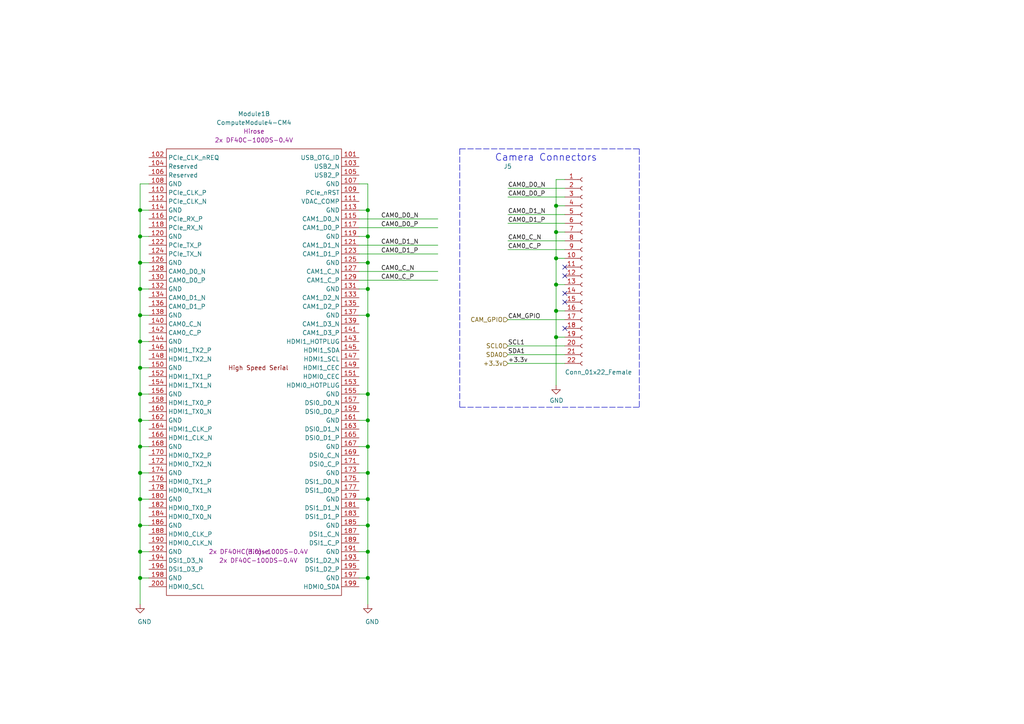
<source format=kicad_sch>
(kicad_sch
	(version 20231120)
	(generator "eeschema")
	(generator_version "8.0")
	(uuid "081fcee4-218c-4acc-9630-1163ff2de02e")
	(paper "A4")
	(title_block
		(title "Raspberry Pi Compute Module 4 Carrier Template")
		(date "2020-10-31")
		(rev "v01")
		(comment 2 "creativecommons.org/licenses/by-sa/4.0")
		(comment 3 "License: CC BY 4.0")
		(comment 4 "Author: Shawn Hymel")
	)
	(lib_symbols
		(symbol "CM4IO:ComputeModule4-CM4"
			(exclude_from_sim no)
			(in_bom yes)
			(on_board yes)
			(property "Reference" "Module"
				(at 113.03 -68.58 0)
				(effects
					(font
						(size 1.27 1.27)
					)
				)
			)
			(property "Value" "ComputeModule4-CM4"
				(at 140.97 2.54 0)
				(effects
					(font
						(size 1.27 1.27)
					)
				)
			)
			(property "Footprint" "CM4IO:Raspberry-Pi-4-Compute-Module"
				(at 142.24 -26.67 0)
				(effects
					(font
						(size 1.27 1.27)
					)
					(hide yes)
				)
			)
			(property "Datasheet" ""
				(at 142.24 -26.67 0)
				(effects
					(font
						(size 1.27 1.27)
					)
					(hide yes)
				)
			)
			(property "Description" ""
				(at 0 0 0)
				(effects
					(font
						(size 1.27 1.27)
					)
					(hide yes)
				)
			)
			(property "Manufacturer" "Hirose"
				(at 0 0 0)
				(effects
					(font
						(size 1.27 1.27)
					)
				)
			)
			(property "MPN" "2x DF40C-100DS-0.4V"
				(at 0 -2.54 0)
				(effects
					(font
						(size 1.27 1.27)
					)
				)
			)
			(property "Digi-Key_PN" "2x H11615CT-ND"
				(at 0 0 0)
				(effects
					(font
						(size 1.27 1.27)
					)
					(hide yes)
				)
			)
			(property "MPN (Alt)" "2x DF40HC(3.0)-100DS-0.4V"
				(at 0 0 0)
				(effects
					(font
						(size 1.27 1.27)
					)
				)
			)
			(property "Digi-Key_PN (Alt)" "2x H124602CT-ND"
				(at 0 0 0)
				(effects
					(font
						(size 1.27 1.27)
					)
					(hide yes)
				)
			)
			(symbol "ComputeModule4-CM4_1_0"
				(text "GPIO"
					(at 0 6.35 0)
					(effects
						(font
							(size 1.27 1.27)
						)
					)
				)
			)
			(symbol "ComputeModule4-CM4_1_1"
				(rectangle
					(start -30.48 -71.12)
					(end 25.4 58.42)
					(stroke
						(width 0)
						(type default)
					)
					(fill
						(type none)
					)
				)
				(text "600mA Max"
					(at -8.89 -53.34 0)
					(effects
						(font
							(size 1.27 1.27)
						)
					)
				)
				(text "600mA Max"
					(at -8.89 -48.26 0)
					(effects
						(font
							(size 1.27 1.27)
						)
					)
				)
				(text "NB SD signals are only available"
					(at -1.27 -27.94 0)
					(effects
						(font
							(size 1.27 1.27)
						)
					)
				)
				(text "on modules without eMMC"
					(at -1.27 -30.48 0)
					(effects
						(font
							(size 1.27 1.27)
						)
					)
				)
				(pin power_in line
					(at 27.94 55.88 180)
					(length 2.54)
					(name "GND"
						(effects
							(font
								(size 1.27 1.27)
							)
						)
					)
					(number "1"
						(effects
							(font
								(size 1.27 1.27)
							)
						)
					)
				)
				(pin passive line
					(at -33.02 45.72 0)
					(length 2.54)
					(name "Ethernet_Pair0_N"
						(effects
							(font
								(size 1.27 1.27)
							)
						)
					)
					(number "10"
						(effects
							(font
								(size 1.27 1.27)
							)
						)
					)
				)
				(pin output line
					(at -33.02 -68.58 0)
					(length 2.54)
					(name "nEXTRST"
						(effects
							(font
								(size 1.27 1.27)
							)
						)
					)
					(number "100"
						(effects
							(font
								(size 1.27 1.27)
							)
						)
					)
				)
				(pin passive line
					(at 27.94 43.18 180)
					(length 2.54)
					(name "Ethernet_Pair2_P"
						(effects
							(font
								(size 1.27 1.27)
							)
						)
					)
					(number "11"
						(effects
							(font
								(size 1.27 1.27)
							)
						)
					)
				)
				(pin passive line
					(at -33.02 43.18 0)
					(length 2.54)
					(name "Ethernet_Pair0_P"
						(effects
							(font
								(size 1.27 1.27)
							)
						)
					)
					(number "12"
						(effects
							(font
								(size 1.27 1.27)
							)
						)
					)
				)
				(pin power_in line
					(at 27.94 40.64 180)
					(length 2.54)
					(name "GND"
						(effects
							(font
								(size 1.27 1.27)
							)
						)
					)
					(number "13"
						(effects
							(font
								(size 1.27 1.27)
							)
						)
					)
				)
				(pin power_in line
					(at -33.02 40.64 0)
					(length 2.54)
					(name "GND"
						(effects
							(font
								(size 1.27 1.27)
							)
						)
					)
					(number "14"
						(effects
							(font
								(size 1.27 1.27)
							)
						)
					)
				)
				(pin output line
					(at 27.94 38.1 180)
					(length 2.54)
					(name "Ethernet_nLED3(3.3v)"
						(effects
							(font
								(size 1.27 1.27)
							)
						)
					)
					(number "15"
						(effects
							(font
								(size 1.27 1.27)
							)
						)
					)
				)
				(pin input line
					(at -33.02 38.1 0)
					(length 2.54)
					(name "Ethernet_SYNC_IN(1.8v)"
						(effects
							(font
								(size 1.27 1.27)
							)
						)
					)
					(number "16"
						(effects
							(font
								(size 1.27 1.27)
							)
						)
					)
				)
				(pin output line
					(at 27.94 35.56 180)
					(length 2.54)
					(name "Ethernet_nLED2(3.3v)"
						(effects
							(font
								(size 1.27 1.27)
							)
						)
					)
					(number "17"
						(effects
							(font
								(size 1.27 1.27)
							)
						)
					)
				)
				(pin input line
					(at -33.02 35.56 0)
					(length 2.54)
					(name "Ethernet_SYNC_OUT(1.8v)"
						(effects
							(font
								(size 1.27 1.27)
							)
						)
					)
					(number "18"
						(effects
							(font
								(size 1.27 1.27)
							)
						)
					)
				)
				(pin output line
					(at 27.94 33.02 180)
					(length 2.54)
					(name "Ethernet_nLED1(3.3v)"
						(effects
							(font
								(size 1.27 1.27)
							)
						)
					)
					(number "19"
						(effects
							(font
								(size 1.27 1.27)
							)
						)
					)
				)
				(pin power_in line
					(at -33.02 55.88 0)
					(length 2.54)
					(name "GND"
						(effects
							(font
								(size 1.27 1.27)
							)
						)
					)
					(number "2"
						(effects
							(font
								(size 1.27 1.27)
							)
						)
					)
				)
				(pin passive line
					(at -33.02 33.02 0)
					(length 2.54)
					(name "EEPROM_nWP"
						(effects
							(font
								(size 1.27 1.27)
							)
						)
					)
					(number "20"
						(effects
							(font
								(size 1.27 1.27)
							)
						)
					)
				)
				(pin open_collector line
					(at 27.94 30.48 180)
					(length 2.54)
					(name "PI_nLED_Activity"
						(effects
							(font
								(size 1.27 1.27)
							)
						)
					)
					(number "21"
						(effects
							(font
								(size 1.27 1.27)
							)
						)
					)
				)
				(pin power_in line
					(at -33.02 30.48 0)
					(length 2.54)
					(name "GND"
						(effects
							(font
								(size 1.27 1.27)
							)
						)
					)
					(number "22"
						(effects
							(font
								(size 1.27 1.27)
							)
						)
					)
				)
				(pin power_in line
					(at 27.94 27.94 180)
					(length 2.54)
					(name "GND"
						(effects
							(font
								(size 1.27 1.27)
							)
						)
					)
					(number "23"
						(effects
							(font
								(size 1.27 1.27)
							)
						)
					)
				)
				(pin passive line
					(at -33.02 27.94 0)
					(length 2.54)
					(name "GPIO26"
						(effects
							(font
								(size 1.27 1.27)
							)
						)
					)
					(number "24"
						(effects
							(font
								(size 1.27 1.27)
							)
						)
					)
				)
				(pin passive line
					(at 27.94 25.4 180)
					(length 2.54)
					(name "GPIO21"
						(effects
							(font
								(size 1.27 1.27)
							)
						)
					)
					(number "25"
						(effects
							(font
								(size 1.27 1.27)
							)
						)
					)
				)
				(pin passive line
					(at -33.02 25.4 0)
					(length 2.54)
					(name "GPIO19"
						(effects
							(font
								(size 1.27 1.27)
							)
						)
					)
					(number "26"
						(effects
							(font
								(size 1.27 1.27)
							)
						)
					)
				)
				(pin passive line
					(at 27.94 22.86 180)
					(length 2.54)
					(name "GPIO20"
						(effects
							(font
								(size 1.27 1.27)
							)
						)
					)
					(number "27"
						(effects
							(font
								(size 1.27 1.27)
							)
						)
					)
				)
				(pin passive line
					(at -33.02 22.86 0)
					(length 2.54)
					(name "GPIO13"
						(effects
							(font
								(size 1.27 1.27)
							)
						)
					)
					(number "28"
						(effects
							(font
								(size 1.27 1.27)
							)
						)
					)
				)
				(pin passive line
					(at 27.94 20.32 180)
					(length 2.54)
					(name "GPIO16"
						(effects
							(font
								(size 1.27 1.27)
							)
						)
					)
					(number "29"
						(effects
							(font
								(size 1.27 1.27)
							)
						)
					)
				)
				(pin passive line
					(at 27.94 53.34 180)
					(length 2.54)
					(name "Ethernet_Pair3_P"
						(effects
							(font
								(size 1.27 1.27)
							)
						)
					)
					(number "3"
						(effects
							(font
								(size 1.27 1.27)
							)
						)
					)
				)
				(pin passive line
					(at -33.02 20.32 0)
					(length 2.54)
					(name "GPIO6"
						(effects
							(font
								(size 1.27 1.27)
							)
						)
					)
					(number "30"
						(effects
							(font
								(size 1.27 1.27)
							)
						)
					)
				)
				(pin passive line
					(at 27.94 17.78 180)
					(length 2.54)
					(name "GPIO12"
						(effects
							(font
								(size 1.27 1.27)
							)
						)
					)
					(number "31"
						(effects
							(font
								(size 1.27 1.27)
							)
						)
					)
				)
				(pin power_in line
					(at -33.02 17.78 0)
					(length 2.54)
					(name "GND"
						(effects
							(font
								(size 1.27 1.27)
							)
						)
					)
					(number "32"
						(effects
							(font
								(size 1.27 1.27)
							)
						)
					)
				)
				(pin power_in line
					(at 27.94 15.24 180)
					(length 2.54)
					(name "GND"
						(effects
							(font
								(size 1.27 1.27)
							)
						)
					)
					(number "33"
						(effects
							(font
								(size 1.27 1.27)
							)
						)
					)
				)
				(pin passive line
					(at -33.02 15.24 0)
					(length 2.54)
					(name "GPIO5"
						(effects
							(font
								(size 1.27 1.27)
							)
						)
					)
					(number "34"
						(effects
							(font
								(size 1.27 1.27)
							)
						)
					)
				)
				(pin passive line
					(at 27.94 12.7 180)
					(length 2.54)
					(name "ID_SC"
						(effects
							(font
								(size 1.27 1.27)
							)
						)
					)
					(number "35"
						(effects
							(font
								(size 1.27 1.27)
							)
						)
					)
				)
				(pin passive line
					(at -33.02 12.7 0)
					(length 2.54)
					(name "ID_SD"
						(effects
							(font
								(size 1.27 1.27)
							)
						)
					)
					(number "36"
						(effects
							(font
								(size 1.27 1.27)
							)
						)
					)
				)
				(pin passive line
					(at 27.94 10.16 180)
					(length 2.54)
					(name "GPIO7"
						(effects
							(font
								(size 1.27 1.27)
							)
						)
					)
					(number "37"
						(effects
							(font
								(size 1.27 1.27)
							)
						)
					)
				)
				(pin passive line
					(at -33.02 10.16 0)
					(length 2.54)
					(name "GPIO11"
						(effects
							(font
								(size 1.27 1.27)
							)
						)
					)
					(number "38"
						(effects
							(font
								(size 1.27 1.27)
							)
						)
					)
				)
				(pin passive line
					(at 27.94 7.62 180)
					(length 2.54)
					(name "GPIO8"
						(effects
							(font
								(size 1.27 1.27)
							)
						)
					)
					(number "39"
						(effects
							(font
								(size 1.27 1.27)
							)
						)
					)
				)
				(pin passive line
					(at -33.02 53.34 0)
					(length 2.54)
					(name "Ethernet_Pair1_P"
						(effects
							(font
								(size 1.27 1.27)
							)
						)
					)
					(number "4"
						(effects
							(font
								(size 1.27 1.27)
							)
						)
					)
				)
				(pin passive line
					(at -33.02 7.62 0)
					(length 2.54)
					(name "GPIO9"
						(effects
							(font
								(size 1.27 1.27)
							)
						)
					)
					(number "40"
						(effects
							(font
								(size 1.27 1.27)
							)
						)
					)
				)
				(pin passive line
					(at 27.94 5.08 180)
					(length 2.54)
					(name "GPIO25"
						(effects
							(font
								(size 1.27 1.27)
							)
						)
					)
					(number "41"
						(effects
							(font
								(size 1.27 1.27)
							)
						)
					)
				)
				(pin power_in line
					(at -33.02 5.08 0)
					(length 2.54)
					(name "GND"
						(effects
							(font
								(size 1.27 1.27)
							)
						)
					)
					(number "42"
						(effects
							(font
								(size 1.27 1.27)
							)
						)
					)
				)
				(pin power_in line
					(at 27.94 2.54 180)
					(length 2.54)
					(name "GND"
						(effects
							(font
								(size 1.27 1.27)
							)
						)
					)
					(number "43"
						(effects
							(font
								(size 1.27 1.27)
							)
						)
					)
				)
				(pin passive line
					(at -33.02 2.54 0)
					(length 2.54)
					(name "GPIO10"
						(effects
							(font
								(size 1.27 1.27)
							)
						)
					)
					(number "44"
						(effects
							(font
								(size 1.27 1.27)
							)
						)
					)
				)
				(pin passive line
					(at 27.94 0 180)
					(length 2.54)
					(name "GPIO24"
						(effects
							(font
								(size 1.27 1.27)
							)
						)
					)
					(number "45"
						(effects
							(font
								(size 1.27 1.27)
							)
						)
					)
				)
				(pin passive line
					(at -33.02 0 0)
					(length 2.54)
					(name "GPIO22"
						(effects
							(font
								(size 1.27 1.27)
							)
						)
					)
					(number "46"
						(effects
							(font
								(size 1.27 1.27)
							)
						)
					)
				)
				(pin passive line
					(at 27.94 -2.54 180)
					(length 2.54)
					(name "GPIO23"
						(effects
							(font
								(size 1.27 1.27)
							)
						)
					)
					(number "47"
						(effects
							(font
								(size 1.27 1.27)
							)
						)
					)
				)
				(pin passive line
					(at -33.02 -2.54 0)
					(length 2.54)
					(name "GPIO27"
						(effects
							(font
								(size 1.27 1.27)
							)
						)
					)
					(number "48"
						(effects
							(font
								(size 1.27 1.27)
							)
						)
					)
				)
				(pin passive line
					(at 27.94 -5.08 180)
					(length 2.54)
					(name "GPIO18"
						(effects
							(font
								(size 1.27 1.27)
							)
						)
					)
					(number "49"
						(effects
							(font
								(size 1.27 1.27)
							)
						)
					)
				)
				(pin passive line
					(at 27.94 50.8 180)
					(length 2.54)
					(name "Ethernet_Pair3_N"
						(effects
							(font
								(size 1.27 1.27)
							)
						)
					)
					(number "5"
						(effects
							(font
								(size 1.27 1.27)
							)
						)
					)
				)
				(pin passive line
					(at -33.02 -5.08 0)
					(length 2.54)
					(name "GPIO17"
						(effects
							(font
								(size 1.27 1.27)
							)
						)
					)
					(number "50"
						(effects
							(font
								(size 1.27 1.27)
							)
						)
					)
				)
				(pin passive line
					(at 27.94 -7.62 180)
					(length 2.54)
					(name "GPIO15"
						(effects
							(font
								(size 1.27 1.27)
							)
						)
					)
					(number "51"
						(effects
							(font
								(size 1.27 1.27)
							)
						)
					)
				)
				(pin power_in line
					(at -33.02 -7.62 0)
					(length 2.54)
					(name "GND"
						(effects
							(font
								(size 1.27 1.27)
							)
						)
					)
					(number "52"
						(effects
							(font
								(size 1.27 1.27)
							)
						)
					)
				)
				(pin power_in line
					(at 27.94 -10.16 180)
					(length 2.54)
					(name "GND"
						(effects
							(font
								(size 1.27 1.27)
							)
						)
					)
					(number "53"
						(effects
							(font
								(size 1.27 1.27)
							)
						)
					)
				)
				(pin passive line
					(at -33.02 -10.16 0)
					(length 2.54)
					(name "GPIO4"
						(effects
							(font
								(size 1.27 1.27)
							)
						)
					)
					(number "54"
						(effects
							(font
								(size 1.27 1.27)
							)
						)
					)
				)
				(pin passive line
					(at 27.94 -12.7 180)
					(length 2.54)
					(name "GPIO14"
						(effects
							(font
								(size 1.27 1.27)
							)
						)
					)
					(number "55"
						(effects
							(font
								(size 1.27 1.27)
							)
						)
					)
				)
				(pin passive line
					(at -33.02 -12.7 0)
					(length 2.54)
					(name "GPIO3"
						(effects
							(font
								(size 1.27 1.27)
							)
						)
					)
					(number "56"
						(effects
							(font
								(size 1.27 1.27)
							)
						)
					)
				)
				(pin passive line
					(at 27.94 -15.24 180)
					(length 2.54)
					(name "SD_CLK"
						(effects
							(font
								(size 1.27 1.27)
							)
						)
					)
					(number "57"
						(effects
							(font
								(size 1.27 1.27)
							)
						)
					)
				)
				(pin passive line
					(at -33.02 -15.24 0)
					(length 2.54)
					(name "GPIO2"
						(effects
							(font
								(size 1.27 1.27)
							)
						)
					)
					(number "58"
						(effects
							(font
								(size 1.27 1.27)
							)
						)
					)
				)
				(pin power_in line
					(at 27.94 -17.78 180)
					(length 2.54)
					(name "GND"
						(effects
							(font
								(size 1.27 1.27)
							)
						)
					)
					(number "59"
						(effects
							(font
								(size 1.27 1.27)
							)
						)
					)
				)
				(pin passive line
					(at -33.02 50.8 0)
					(length 2.54)
					(name "Ethernet_Pair1_N"
						(effects
							(font
								(size 1.27 1.27)
							)
						)
					)
					(number "6"
						(effects
							(font
								(size 1.27 1.27)
							)
						)
					)
				)
				(pin power_in line
					(at -33.02 -17.78 0)
					(length 2.54)
					(name "GND"
						(effects
							(font
								(size 1.27 1.27)
							)
						)
					)
					(number "60"
						(effects
							(font
								(size 1.27 1.27)
							)
						)
					)
				)
				(pin passive line
					(at 27.94 -20.32 180)
					(length 2.54)
					(name "SD_DAT3"
						(effects
							(font
								(size 1.27 1.27)
							)
						)
					)
					(number "61"
						(effects
							(font
								(size 1.27 1.27)
							)
						)
					)
				)
				(pin passive line
					(at -33.02 -20.32 0)
					(length 2.54)
					(name "SD_CMD"
						(effects
							(font
								(size 1.27 1.27)
							)
						)
					)
					(number "62"
						(effects
							(font
								(size 1.27 1.27)
							)
						)
					)
				)
				(pin passive line
					(at 27.94 -22.86 180)
					(length 2.54)
					(name "SD_DAT0"
						(effects
							(font
								(size 1.27 1.27)
							)
						)
					)
					(number "63"
						(effects
							(font
								(size 1.27 1.27)
							)
						)
					)
				)
				(pin passive line
					(at -33.02 -22.86 0)
					(length 2.54)
					(name "SD_DAT5"
						(effects
							(font
								(size 1.27 1.27)
							)
						)
					)
					(number "64"
						(effects
							(font
								(size 1.27 1.27)
							)
						)
					)
				)
				(pin power_in line
					(at 27.94 -25.4 180)
					(length 2.54)
					(name "GND"
						(effects
							(font
								(size 1.27 1.27)
							)
						)
					)
					(number "65"
						(effects
							(font
								(size 1.27 1.27)
							)
						)
					)
				)
				(pin power_in line
					(at -33.02 -25.4 0)
					(length 2.54)
					(name "GND"
						(effects
							(font
								(size 1.27 1.27)
							)
						)
					)
					(number "66"
						(effects
							(font
								(size 1.27 1.27)
							)
						)
					)
				)
				(pin passive line
					(at 27.94 -27.94 180)
					(length 2.54)
					(name "SD_DAT1"
						(effects
							(font
								(size 1.27 1.27)
							)
						)
					)
					(number "67"
						(effects
							(font
								(size 1.27 1.27)
							)
						)
					)
				)
				(pin passive line
					(at -33.02 -27.94 0)
					(length 2.54)
					(name "SD_DAT4"
						(effects
							(font
								(size 1.27 1.27)
							)
						)
					)
					(number "68"
						(effects
							(font
								(size 1.27 1.27)
							)
						)
					)
				)
				(pin passive line
					(at 27.94 -30.48 180)
					(length 2.54)
					(name "SD_DAT2"
						(effects
							(font
								(size 1.27 1.27)
							)
						)
					)
					(number "69"
						(effects
							(font
								(size 1.27 1.27)
							)
						)
					)
				)
				(pin power_in line
					(at 27.94 48.26 180)
					(length 2.54)
					(name "GND"
						(effects
							(font
								(size 1.27 1.27)
							)
						)
					)
					(number "7"
						(effects
							(font
								(size 1.27 1.27)
							)
						)
					)
				)
				(pin passive line
					(at -33.02 -30.48 0)
					(length 2.54)
					(name "SD_DAT7"
						(effects
							(font
								(size 1.27 1.27)
							)
						)
					)
					(number "70"
						(effects
							(font
								(size 1.27 1.27)
							)
						)
					)
				)
				(pin power_in line
					(at 27.94 -33.02 180)
					(length 2.54)
					(name "GND"
						(effects
							(font
								(size 1.27 1.27)
							)
						)
					)
					(number "71"
						(effects
							(font
								(size 1.27 1.27)
							)
						)
					)
				)
				(pin passive line
					(at -33.02 -33.02 0)
					(length 2.54)
					(name "SD_DAT6"
						(effects
							(font
								(size 1.27 1.27)
							)
						)
					)
					(number "72"
						(effects
							(font
								(size 1.27 1.27)
							)
						)
					)
				)
				(pin input line
					(at 27.94 -35.56 180)
					(length 2.54)
					(name "SD_VDD_Override"
						(effects
							(font
								(size 1.27 1.27)
							)
						)
					)
					(number "73"
						(effects
							(font
								(size 1.27 1.27)
							)
						)
					)
				)
				(pin power_in line
					(at -33.02 -35.56 0)
					(length 2.54)
					(name "GND"
						(effects
							(font
								(size 1.27 1.27)
							)
						)
					)
					(number "74"
						(effects
							(font
								(size 1.27 1.27)
							)
						)
					)
				)
				(pin output line
					(at 27.94 -38.1 180)
					(length 2.54)
					(name "SD_PWR_ON"
						(effects
							(font
								(size 1.27 1.27)
							)
						)
					)
					(number "75"
						(effects
							(font
								(size 1.27 1.27)
							)
						)
					)
				)
				(pin passive line
					(at -33.02 -38.1 0)
					(length 2.54)
					(name "Reserved"
						(effects
							(font
								(size 1.27 1.27)
							)
						)
					)
					(number "76"
						(effects
							(font
								(size 1.27 1.27)
							)
						)
					)
				)
				(pin power_in line
					(at 27.94 -40.64 180)
					(length 2.54)
					(name "+5v_(Input)"
						(effects
							(font
								(size 1.27 1.27)
							)
						)
					)
					(number "77"
						(effects
							(font
								(size 1.27 1.27)
							)
						)
					)
				)
				(pin power_in line
					(at -33.02 -40.64 0)
					(length 2.54)
					(name "GPIO_VREF(1.8v/3.3v_Input)"
						(effects
							(font
								(size 1.27 1.27)
							)
						)
					)
					(number "78"
						(effects
							(font
								(size 1.27 1.27)
							)
						)
					)
				)
				(pin power_in line
					(at 27.94 -43.18 180)
					(length 2.54)
					(name "+5v_(Input)"
						(effects
							(font
								(size 1.27 1.27)
							)
						)
					)
					(number "79"
						(effects
							(font
								(size 1.27 1.27)
							)
						)
					)
				)
				(pin power_in line
					(at -33.02 48.26 0)
					(length 2.54)
					(name "GND"
						(effects
							(font
								(size 1.27 1.27)
							)
						)
					)
					(number "8"
						(effects
							(font
								(size 1.27 1.27)
							)
						)
					)
				)
				(pin passive line
					(at -33.02 -43.18 0)
					(length 2.54)
					(name "SCL0"
						(effects
							(font
								(size 1.27 1.27)
							)
						)
					)
					(number "80"
						(effects
							(font
								(size 1.27 1.27)
							)
						)
					)
				)
				(pin power_in line
					(at 27.94 -45.72 180)
					(length 2.54)
					(name "+5v_(Input)"
						(effects
							(font
								(size 1.27 1.27)
							)
						)
					)
					(number "81"
						(effects
							(font
								(size 1.27 1.27)
							)
						)
					)
				)
				(pin passive line
					(at -33.02 -45.72 0)
					(length 2.54)
					(name "SDA0"
						(effects
							(font
								(size 1.27 1.27)
							)
						)
					)
					(number "82"
						(effects
							(font
								(size 1.27 1.27)
							)
						)
					)
				)
				(pin power_in line
					(at 27.94 -48.26 180)
					(length 2.54)
					(name "+5v_(Input)"
						(effects
							(font
								(size 1.27 1.27)
							)
						)
					)
					(number "83"
						(effects
							(font
								(size 1.27 1.27)
							)
						)
					)
				)
				(pin power_out line
					(at -33.02 -48.26 0)
					(length 2.54)
					(name "+3.3v_(Output)"
						(effects
							(font
								(size 1.27 1.27)
							)
						)
					)
					(number "84"
						(effects
							(font
								(size 1.27 1.27)
							)
						)
					)
				)
				(pin power_in line
					(at 27.94 -50.8 180)
					(length 2.54)
					(name "+5v_(Input)"
						(effects
							(font
								(size 1.27 1.27)
							)
						)
					)
					(number "85"
						(effects
							(font
								(size 1.27 1.27)
							)
						)
					)
				)
				(pin power_out line
					(at -33.02 -50.8 0)
					(length 2.54)
					(name "+3.3v_(Output)"
						(effects
							(font
								(size 1.27 1.27)
							)
						)
					)
					(number "86"
						(effects
							(font
								(size 1.27 1.27)
							)
						)
					)
				)
				(pin power_in line
					(at 27.94 -53.34 180)
					(length 2.54)
					(name "+5v_(Input)"
						(effects
							(font
								(size 1.27 1.27)
							)
						)
					)
					(number "87"
						(effects
							(font
								(size 1.27 1.27)
							)
						)
					)
				)
				(pin power_out line
					(at -33.02 -53.34 0)
					(length 2.54)
					(name "+1.8v_(Output)"
						(effects
							(font
								(size 1.27 1.27)
							)
						)
					)
					(number "88"
						(effects
							(font
								(size 1.27 1.27)
							)
						)
					)
				)
				(pin power_in line
					(at 27.94 -55.88 180)
					(length 2.54)
					(name "WiFi_nDisable"
						(effects
							(font
								(size 1.27 1.27)
							)
						)
					)
					(number "89"
						(effects
							(font
								(size 1.27 1.27)
							)
						)
					)
				)
				(pin passive line
					(at 27.94 45.72 180)
					(length 2.54)
					(name "Ethernet_Pair2_N"
						(effects
							(font
								(size 1.27 1.27)
							)
						)
					)
					(number "9"
						(effects
							(font
								(size 1.27 1.27)
							)
						)
					)
				)
				(pin power_out line
					(at -33.02 -55.88 0)
					(length 2.54)
					(name "+1.8v_(Output)"
						(effects
							(font
								(size 1.27 1.27)
							)
						)
					)
					(number "90"
						(effects
							(font
								(size 1.27 1.27)
							)
						)
					)
				)
				(pin power_in line
					(at 27.94 -58.42 180)
					(length 2.54)
					(name "BT_nDisable"
						(effects
							(font
								(size 1.27 1.27)
							)
						)
					)
					(number "91"
						(effects
							(font
								(size 1.27 1.27)
							)
						)
					)
				)
				(pin passive line
					(at -33.02 -58.42 0)
					(length 2.54)
					(name "RUN_PG"
						(effects
							(font
								(size 1.27 1.27)
							)
						)
					)
					(number "92"
						(effects
							(font
								(size 1.27 1.27)
							)
						)
					)
				)
				(pin input line
					(at 27.94 -60.96 180)
					(length 2.54)
					(name "nRPIBOOT"
						(effects
							(font
								(size 1.27 1.27)
							)
						)
					)
					(number "93"
						(effects
							(font
								(size 1.27 1.27)
							)
						)
					)
				)
				(pin passive line
					(at -33.02 -60.96 0)
					(length 2.54)
					(name "AnalogIP0"
						(effects
							(font
								(size 1.27 1.27)
							)
						)
					)
					(number "94"
						(effects
							(font
								(size 1.27 1.27)
							)
						)
					)
				)
				(pin output line
					(at 27.94 -63.5 180)
					(length 2.54)
					(name "nPI_LED_PWR"
						(effects
							(font
								(size 1.27 1.27)
							)
						)
					)
					(number "95"
						(effects
							(font
								(size 1.27 1.27)
							)
						)
					)
				)
				(pin passive line
					(at -33.02 -63.5 0)
					(length 2.54)
					(name "AnalogIP1"
						(effects
							(font
								(size 1.27 1.27)
							)
						)
					)
					(number "96"
						(effects
							(font
								(size 1.27 1.27)
							)
						)
					)
				)
				(pin passive line
					(at 27.94 -66.04 180)
					(length 2.54)
					(name "Camera_GPIO"
						(effects
							(font
								(size 1.27 1.27)
							)
						)
					)
					(number "97"
						(effects
							(font
								(size 1.27 1.27)
							)
						)
					)
				)
				(pin power_in line
					(at -33.02 -66.04 0)
					(length 2.54)
					(name "GND"
						(effects
							(font
								(size 1.27 1.27)
							)
						)
					)
					(number "98"
						(effects
							(font
								(size 1.27 1.27)
							)
						)
					)
				)
				(pin input line
					(at 27.94 -68.58 180)
					(length 2.54)
					(name "Global_EN"
						(effects
							(font
								(size 1.27 1.27)
							)
						)
					)
					(number "99"
						(effects
							(font
								(size 1.27 1.27)
							)
						)
					)
				)
			)
			(symbol "ComputeModule4-CM4_2_1"
				(rectangle
					(start 114.3 -66.04)
					(end 165.1 63.5)
					(stroke
						(width 0)
						(type default)
					)
					(fill
						(type none)
					)
				)
				(text "High Speed Serial"
					(at 140.97 0 0)
					(effects
						(font
							(size 1.27 1.27)
						)
					)
				)
				(pin input line
					(at 170.18 60.96 180)
					(length 5.08)
					(name "USB_OTG_ID"
						(effects
							(font
								(size 1.27 1.27)
							)
						)
					)
					(number "101"
						(effects
							(font
								(size 1.27 1.27)
							)
						)
					)
				)
				(pin input line
					(at 109.22 60.96 0)
					(length 5.08)
					(name "PCIe_CLK_nREQ"
						(effects
							(font
								(size 1.27 1.27)
							)
						)
					)
					(number "102"
						(effects
							(font
								(size 1.27 1.27)
							)
						)
					)
				)
				(pin passive line
					(at 170.18 58.42 180)
					(length 5.08)
					(name "USB2_N"
						(effects
							(font
								(size 1.27 1.27)
							)
						)
					)
					(number "103"
						(effects
							(font
								(size 1.27 1.27)
							)
						)
					)
				)
				(pin passive line
					(at 109.22 58.42 0)
					(length 5.08)
					(name "Reserved"
						(effects
							(font
								(size 1.27 1.27)
							)
						)
					)
					(number "104"
						(effects
							(font
								(size 1.27 1.27)
							)
						)
					)
				)
				(pin passive line
					(at 170.18 55.88 180)
					(length 5.08)
					(name "USB2_P"
						(effects
							(font
								(size 1.27 1.27)
							)
						)
					)
					(number "105"
						(effects
							(font
								(size 1.27 1.27)
							)
						)
					)
				)
				(pin passive line
					(at 109.22 55.88 0)
					(length 5.08)
					(name "Reserved"
						(effects
							(font
								(size 1.27 1.27)
							)
						)
					)
					(number "106"
						(effects
							(font
								(size 1.27 1.27)
							)
						)
					)
				)
				(pin power_in line
					(at 170.18 53.34 180)
					(length 5.08)
					(name "GND"
						(effects
							(font
								(size 1.27 1.27)
							)
						)
					)
					(number "107"
						(effects
							(font
								(size 1.27 1.27)
							)
						)
					)
				)
				(pin power_in line
					(at 109.22 53.34 0)
					(length 5.08)
					(name "GND"
						(effects
							(font
								(size 1.27 1.27)
							)
						)
					)
					(number "108"
						(effects
							(font
								(size 1.27 1.27)
							)
						)
					)
				)
				(pin bidirectional line
					(at 170.18 50.8 180)
					(length 5.08)
					(name "PCIe_nRST"
						(effects
							(font
								(size 1.27 1.27)
							)
						)
					)
					(number "109"
						(effects
							(font
								(size 1.27 1.27)
							)
						)
					)
				)
				(pin output line
					(at 109.22 50.8 0)
					(length 5.08)
					(name "PCIe_CLK_P"
						(effects
							(font
								(size 1.27 1.27)
							)
						)
					)
					(number "110"
						(effects
							(font
								(size 1.27 1.27)
							)
						)
					)
				)
				(pin passive line
					(at 170.18 48.26 180)
					(length 5.08)
					(name "VDAC_COMP"
						(effects
							(font
								(size 1.27 1.27)
							)
						)
					)
					(number "111"
						(effects
							(font
								(size 1.27 1.27)
							)
						)
					)
				)
				(pin output line
					(at 109.22 48.26 0)
					(length 5.08)
					(name "PCIe_CLK_N"
						(effects
							(font
								(size 1.27 1.27)
							)
						)
					)
					(number "112"
						(effects
							(font
								(size 1.27 1.27)
							)
						)
					)
				)
				(pin power_in line
					(at 170.18 45.72 180)
					(length 5.08)
					(name "GND"
						(effects
							(font
								(size 1.27 1.27)
							)
						)
					)
					(number "113"
						(effects
							(font
								(size 1.27 1.27)
							)
						)
					)
				)
				(pin power_in line
					(at 109.22 45.72 0)
					(length 5.08)
					(name "GND"
						(effects
							(font
								(size 1.27 1.27)
							)
						)
					)
					(number "114"
						(effects
							(font
								(size 1.27 1.27)
							)
						)
					)
				)
				(pin input line
					(at 170.18 43.18 180)
					(length 5.08)
					(name "CAM1_D0_N"
						(effects
							(font
								(size 1.27 1.27)
							)
						)
					)
					(number "115"
						(effects
							(font
								(size 1.27 1.27)
							)
						)
					)
				)
				(pin input line
					(at 109.22 43.18 0)
					(length 5.08)
					(name "PCIe_RX_P"
						(effects
							(font
								(size 1.27 1.27)
							)
						)
					)
					(number "116"
						(effects
							(font
								(size 1.27 1.27)
							)
						)
					)
				)
				(pin input line
					(at 170.18 40.64 180)
					(length 5.08)
					(name "CAM1_D0_P"
						(effects
							(font
								(size 1.27 1.27)
							)
						)
					)
					(number "117"
						(effects
							(font
								(size 1.27 1.27)
							)
						)
					)
				)
				(pin input line
					(at 109.22 40.64 0)
					(length 5.08)
					(name "PCIe_RX_N"
						(effects
							(font
								(size 1.27 1.27)
							)
						)
					)
					(number "118"
						(effects
							(font
								(size 1.27 1.27)
							)
						)
					)
				)
				(pin power_in line
					(at 170.18 38.1 180)
					(length 5.08)
					(name "GND"
						(effects
							(font
								(size 1.27 1.27)
							)
						)
					)
					(number "119"
						(effects
							(font
								(size 1.27 1.27)
							)
						)
					)
				)
				(pin power_in line
					(at 109.22 38.1 0)
					(length 5.08)
					(name "GND"
						(effects
							(font
								(size 1.27 1.27)
							)
						)
					)
					(number "120"
						(effects
							(font
								(size 1.27 1.27)
							)
						)
					)
				)
				(pin input line
					(at 170.18 35.56 180)
					(length 5.08)
					(name "CAM1_D1_N"
						(effects
							(font
								(size 1.27 1.27)
							)
						)
					)
					(number "121"
						(effects
							(font
								(size 1.27 1.27)
							)
						)
					)
				)
				(pin output line
					(at 109.22 35.56 0)
					(length 5.08)
					(name "PCIe_TX_P"
						(effects
							(font
								(size 1.27 1.27)
							)
						)
					)
					(number "122"
						(effects
							(font
								(size 1.27 1.27)
							)
						)
					)
				)
				(pin input line
					(at 170.18 33.02 180)
					(length 5.08)
					(name "CAM1_D1_P"
						(effects
							(font
								(size 1.27 1.27)
							)
						)
					)
					(number "123"
						(effects
							(font
								(size 1.27 1.27)
							)
						)
					)
				)
				(pin output line
					(at 109.22 33.02 0)
					(length 5.08)
					(name "PCIe_TX_N"
						(effects
							(font
								(size 1.27 1.27)
							)
						)
					)
					(number "124"
						(effects
							(font
								(size 1.27 1.27)
							)
						)
					)
				)
				(pin power_in line
					(at 170.18 30.48 180)
					(length 5.08)
					(name "GND"
						(effects
							(font
								(size 1.27 1.27)
							)
						)
					)
					(number "125"
						(effects
							(font
								(size 1.27 1.27)
							)
						)
					)
				)
				(pin power_in line
					(at 109.22 30.48 0)
					(length 5.08)
					(name "GND"
						(effects
							(font
								(size 1.27 1.27)
							)
						)
					)
					(number "126"
						(effects
							(font
								(size 1.27 1.27)
							)
						)
					)
				)
				(pin input line
					(at 170.18 27.94 180)
					(length 5.08)
					(name "CAM1_C_N"
						(effects
							(font
								(size 1.27 1.27)
							)
						)
					)
					(number "127"
						(effects
							(font
								(size 1.27 1.27)
							)
						)
					)
				)
				(pin input line
					(at 109.22 27.94 0)
					(length 5.08)
					(name "CAM0_D0_N"
						(effects
							(font
								(size 1.27 1.27)
							)
						)
					)
					(number "128"
						(effects
							(font
								(size 1.27 1.27)
							)
						)
					)
				)
				(pin input line
					(at 170.18 25.4 180)
					(length 5.08)
					(name "CAM1_C_P"
						(effects
							(font
								(size 1.27 1.27)
							)
						)
					)
					(number "129"
						(effects
							(font
								(size 1.27 1.27)
							)
						)
					)
				)
				(pin input line
					(at 109.22 25.4 0)
					(length 5.08)
					(name "CAM0_D0_P"
						(effects
							(font
								(size 1.27 1.27)
							)
						)
					)
					(number "130"
						(effects
							(font
								(size 1.27 1.27)
							)
						)
					)
				)
				(pin power_in line
					(at 170.18 22.86 180)
					(length 5.08)
					(name "GND"
						(effects
							(font
								(size 1.27 1.27)
							)
						)
					)
					(number "131"
						(effects
							(font
								(size 1.27 1.27)
							)
						)
					)
				)
				(pin power_in line
					(at 109.22 22.86 0)
					(length 5.08)
					(name "GND"
						(effects
							(font
								(size 1.27 1.27)
							)
						)
					)
					(number "132"
						(effects
							(font
								(size 1.27 1.27)
							)
						)
					)
				)
				(pin input line
					(at 170.18 20.32 180)
					(length 5.08)
					(name "CAM1_D2_N"
						(effects
							(font
								(size 1.27 1.27)
							)
						)
					)
					(number "133"
						(effects
							(font
								(size 1.27 1.27)
							)
						)
					)
				)
				(pin input line
					(at 109.22 20.32 0)
					(length 5.08)
					(name "CAM0_D1_N"
						(effects
							(font
								(size 1.27 1.27)
							)
						)
					)
					(number "134"
						(effects
							(font
								(size 1.27 1.27)
							)
						)
					)
				)
				(pin input line
					(at 170.18 17.78 180)
					(length 5.08)
					(name "CAM1_D2_P"
						(effects
							(font
								(size 1.27 1.27)
							)
						)
					)
					(number "135"
						(effects
							(font
								(size 1.27 1.27)
							)
						)
					)
				)
				(pin input line
					(at 109.22 17.78 0)
					(length 5.08)
					(name "CAM0_D1_P"
						(effects
							(font
								(size 1.27 1.27)
							)
						)
					)
					(number "136"
						(effects
							(font
								(size 1.27 1.27)
							)
						)
					)
				)
				(pin power_in line
					(at 170.18 15.24 180)
					(length 5.08)
					(name "GND"
						(effects
							(font
								(size 1.27 1.27)
							)
						)
					)
					(number "137"
						(effects
							(font
								(size 1.27 1.27)
							)
						)
					)
				)
				(pin power_in line
					(at 109.22 15.24 0)
					(length 5.08)
					(name "GND"
						(effects
							(font
								(size 1.27 1.27)
							)
						)
					)
					(number "138"
						(effects
							(font
								(size 1.27 1.27)
							)
						)
					)
				)
				(pin input line
					(at 170.18 12.7 180)
					(length 5.08)
					(name "CAM1_D3_N"
						(effects
							(font
								(size 1.27 1.27)
							)
						)
					)
					(number "139"
						(effects
							(font
								(size 1.27 1.27)
							)
						)
					)
				)
				(pin input line
					(at 109.22 12.7 0)
					(length 5.08)
					(name "CAM0_C_N"
						(effects
							(font
								(size 1.27 1.27)
							)
						)
					)
					(number "140"
						(effects
							(font
								(size 1.27 1.27)
							)
						)
					)
				)
				(pin input line
					(at 170.18 10.16 180)
					(length 5.08)
					(name "CAM1_D3_P"
						(effects
							(font
								(size 1.27 1.27)
							)
						)
					)
					(number "141"
						(effects
							(font
								(size 1.27 1.27)
							)
						)
					)
				)
				(pin input line
					(at 109.22 10.16 0)
					(length 5.08)
					(name "CAM0_C_P"
						(effects
							(font
								(size 1.27 1.27)
							)
						)
					)
					(number "142"
						(effects
							(font
								(size 1.27 1.27)
							)
						)
					)
				)
				(pin input line
					(at 170.18 7.62 180)
					(length 5.08)
					(name "HDMI1_HOTPLUG"
						(effects
							(font
								(size 1.27 1.27)
							)
						)
					)
					(number "143"
						(effects
							(font
								(size 1.27 1.27)
							)
						)
					)
				)
				(pin power_in line
					(at 109.22 7.62 0)
					(length 5.08)
					(name "GND"
						(effects
							(font
								(size 1.27 1.27)
							)
						)
					)
					(number "144"
						(effects
							(font
								(size 1.27 1.27)
							)
						)
					)
				)
				(pin bidirectional line
					(at 170.18 5.08 180)
					(length 5.08)
					(name "HDMI1_SDA"
						(effects
							(font
								(size 1.27 1.27)
							)
						)
					)
					(number "145"
						(effects
							(font
								(size 1.27 1.27)
							)
						)
					)
				)
				(pin output line
					(at 109.22 5.08 0)
					(length 5.08)
					(name "HDMI1_TX2_P"
						(effects
							(font
								(size 1.27 1.27)
							)
						)
					)
					(number "146"
						(effects
							(font
								(size 1.27 1.27)
							)
						)
					)
				)
				(pin open_collector line
					(at 170.18 2.54 180)
					(length 5.08)
					(name "HDMI1_SCL"
						(effects
							(font
								(size 1.27 1.27)
							)
						)
					)
					(number "147"
						(effects
							(font
								(size 1.27 1.27)
							)
						)
					)
				)
				(pin output line
					(at 109.22 2.54 0)
					(length 5.08)
					(name "HDMI1_TX2_N"
						(effects
							(font
								(size 1.27 1.27)
							)
						)
					)
					(number "148"
						(effects
							(font
								(size 1.27 1.27)
							)
						)
					)
				)
				(pin open_collector line
					(at 170.18 0 180)
					(length 5.08)
					(name "HDMI1_CEC"
						(effects
							(font
								(size 1.27 1.27)
							)
						)
					)
					(number "149"
						(effects
							(font
								(size 1.27 1.27)
							)
						)
					)
				)
				(pin power_in line
					(at 109.22 0 0)
					(length 5.08)
					(name "GND"
						(effects
							(font
								(size 1.27 1.27)
							)
						)
					)
					(number "150"
						(effects
							(font
								(size 1.27 1.27)
							)
						)
					)
				)
				(pin open_collector line
					(at 170.18 -2.54 180)
					(length 5.08)
					(name "HDMI0_CEC"
						(effects
							(font
								(size 1.27 1.27)
							)
						)
					)
					(number "151"
						(effects
							(font
								(size 1.27 1.27)
							)
						)
					)
				)
				(pin output line
					(at 109.22 -2.54 0)
					(length 5.08)
					(name "HDMI1_TX1_P"
						(effects
							(font
								(size 1.27 1.27)
							)
						)
					)
					(number "152"
						(effects
							(font
								(size 1.27 1.27)
							)
						)
					)
				)
				(pin input line
					(at 170.18 -5.08 180)
					(length 5.08)
					(name "HDMI0_HOTPLUG"
						(effects
							(font
								(size 1.27 1.27)
							)
						)
					)
					(number "153"
						(effects
							(font
								(size 1.27 1.27)
							)
						)
					)
				)
				(pin output line
					(at 109.22 -5.08 0)
					(length 5.08)
					(name "HDMI1_TX1_N"
						(effects
							(font
								(size 1.27 1.27)
							)
						)
					)
					(number "154"
						(effects
							(font
								(size 1.27 1.27)
							)
						)
					)
				)
				(pin power_in line
					(at 170.18 -7.62 180)
					(length 5.08)
					(name "GND"
						(effects
							(font
								(size 1.27 1.27)
							)
						)
					)
					(number "155"
						(effects
							(font
								(size 1.27 1.27)
							)
						)
					)
				)
				(pin power_in line
					(at 109.22 -7.62 0)
					(length 5.08)
					(name "GND"
						(effects
							(font
								(size 1.27 1.27)
							)
						)
					)
					(number "156"
						(effects
							(font
								(size 1.27 1.27)
							)
						)
					)
				)
				(pin output line
					(at 170.18 -10.16 180)
					(length 5.08)
					(name "DSI0_D0_N"
						(effects
							(font
								(size 1.27 1.27)
							)
						)
					)
					(number "157"
						(effects
							(font
								(size 1.27 1.27)
							)
						)
					)
				)
				(pin output line
					(at 109.22 -10.16 0)
					(length 5.08)
					(name "HDMI1_TX0_P"
						(effects
							(font
								(size 1.27 1.27)
							)
						)
					)
					(number "158"
						(effects
							(font
								(size 1.27 1.27)
							)
						)
					)
				)
				(pin output line
					(at 170.18 -12.7 180)
					(length 5.08)
					(name "DSI0_D0_P"
						(effects
							(font
								(size 1.27 1.27)
							)
						)
					)
					(number "159"
						(effects
							(font
								(size 1.27 1.27)
							)
						)
					)
				)
				(pin output line
					(at 109.22 -12.7 0)
					(length 5.08)
					(name "HDMI1_TX0_N"
						(effects
							(font
								(size 1.27 1.27)
							)
						)
					)
					(number "160"
						(effects
							(font
								(size 1.27 1.27)
							)
						)
					)
				)
				(pin power_in line
					(at 170.18 -15.24 180)
					(length 5.08)
					(name "GND"
						(effects
							(font
								(size 1.27 1.27)
							)
						)
					)
					(number "161"
						(effects
							(font
								(size 1.27 1.27)
							)
						)
					)
				)
				(pin power_in line
					(at 109.22 -15.24 0)
					(length 5.08)
					(name "GND"
						(effects
							(font
								(size 1.27 1.27)
							)
						)
					)
					(number "162"
						(effects
							(font
								(size 1.27 1.27)
							)
						)
					)
				)
				(pin output line
					(at 170.18 -17.78 180)
					(length 5.08)
					(name "DSI0_D1_N"
						(effects
							(font
								(size 1.27 1.27)
							)
						)
					)
					(number "163"
						(effects
							(font
								(size 1.27 1.27)
							)
						)
					)
				)
				(pin output line
					(at 109.22 -17.78 0)
					(length 5.08)
					(name "HDMI1_CLK_P"
						(effects
							(font
								(size 1.27 1.27)
							)
						)
					)
					(number "164"
						(effects
							(font
								(size 1.27 1.27)
							)
						)
					)
				)
				(pin output line
					(at 170.18 -20.32 180)
					(length 5.08)
					(name "DSI0_D1_P"
						(effects
							(font
								(size 1.27 1.27)
							)
						)
					)
					(number "165"
						(effects
							(font
								(size 1.27 1.27)
							)
						)
					)
				)
				(pin output line
					(at 109.22 -20.32 0)
					(length 5.08)
					(name "HDMI1_CLK_N"
						(effects
							(font
								(size 1.27 1.27)
							)
						)
					)
					(number "166"
						(effects
							(font
								(size 1.27 1.27)
							)
						)
					)
				)
				(pin power_in line
					(at 170.18 -22.86 180)
					(length 5.08)
					(name "GND"
						(effects
							(font
								(size 1.27 1.27)
							)
						)
					)
					(number "167"
						(effects
							(font
								(size 1.27 1.27)
							)
						)
					)
				)
				(pin power_in line
					(at 109.22 -22.86 0)
					(length 5.08)
					(name "GND"
						(effects
							(font
								(size 1.27 1.27)
							)
						)
					)
					(number "168"
						(effects
							(font
								(size 1.27 1.27)
							)
						)
					)
				)
				(pin output line
					(at 170.18 -25.4 180)
					(length 5.08)
					(name "DSI0_C_N"
						(effects
							(font
								(size 1.27 1.27)
							)
						)
					)
					(number "169"
						(effects
							(font
								(size 1.27 1.27)
							)
						)
					)
				)
				(pin output line
					(at 109.22 -25.4 0)
					(length 5.08)
					(name "HDMI0_TX2_P"
						(effects
							(font
								(size 1.27 1.27)
							)
						)
					)
					(number "170"
						(effects
							(font
								(size 1.27 1.27)
							)
						)
					)
				)
				(pin output line
					(at 170.18 -27.94 180)
					(length 5.08)
					(name "DSI0_C_P"
						(effects
							(font
								(size 1.27 1.27)
							)
						)
					)
					(number "171"
						(effects
							(font
								(size 1.27 1.27)
							)
						)
					)
				)
				(pin output line
					(at 109.22 -27.94 0)
					(length 5.08)
					(name "HDMI0_TX2_N"
						(effects
							(font
								(size 1.27 1.27)
							)
						)
					)
					(number "172"
						(effects
							(font
								(size 1.27 1.27)
							)
						)
					)
				)
				(pin power_in line
					(at 170.18 -30.48 180)
					(length 5.08)
					(name "GND"
						(effects
							(font
								(size 1.27 1.27)
							)
						)
					)
					(number "173"
						(effects
							(font
								(size 1.27 1.27)
							)
						)
					)
				)
				(pin power_in line
					(at 109.22 -30.48 0)
					(length 5.08)
					(name "GND"
						(effects
							(font
								(size 1.27 1.27)
							)
						)
					)
					(number "174"
						(effects
							(font
								(size 1.27 1.27)
							)
						)
					)
				)
				(pin output line
					(at 170.18 -33.02 180)
					(length 5.08)
					(name "DSI1_D0_N"
						(effects
							(font
								(size 1.27 1.27)
							)
						)
					)
					(number "175"
						(effects
							(font
								(size 1.27 1.27)
							)
						)
					)
				)
				(pin output line
					(at 109.22 -33.02 0)
					(length 5.08)
					(name "HDMI0_TX1_P"
						(effects
							(font
								(size 1.27 1.27)
							)
						)
					)
					(number "176"
						(effects
							(font
								(size 1.27 1.27)
							)
						)
					)
				)
				(pin output line
					(at 170.18 -35.56 180)
					(length 5.08)
					(name "DSI1_D0_P"
						(effects
							(font
								(size 1.27 1.27)
							)
						)
					)
					(number "177"
						(effects
							(font
								(size 1.27 1.27)
							)
						)
					)
				)
				(pin output line
					(at 109.22 -35.56 0)
					(length 5.08)
					(name "HDMI0_TX1_N"
						(effects
							(font
								(size 1.27 1.27)
							)
						)
					)
					(number "178"
						(effects
							(font
								(size 1.27 1.27)
							)
						)
					)
				)
				(pin power_in line
					(at 170.18 -38.1 180)
					(length 5.08)
					(name "GND"
						(effects
							(font
								(size 1.27 1.27)
							)
						)
					)
					(number "179"
						(effects
							(font
								(size 1.27 1.27)
							)
						)
					)
				)
				(pin power_in line
					(at 109.22 -38.1 0)
					(length 5.08)
					(name "GND"
						(effects
							(font
								(size 1.27 1.27)
							)
						)
					)
					(number "180"
						(effects
							(font
								(size 1.27 1.27)
							)
						)
					)
				)
				(pin output line
					(at 170.18 -40.64 180)
					(length 5.08)
					(name "DSI1_D1_N"
						(effects
							(font
								(size 1.27 1.27)
							)
						)
					)
					(number "181"
						(effects
							(font
								(size 1.27 1.27)
							)
						)
					)
				)
				(pin output line
					(at 109.22 -40.64 0)
					(length 5.08)
					(name "HDMI0_TX0_P"
						(effects
							(font
								(size 1.27 1.27)
							)
						)
					)
					(number "182"
						(effects
							(font
								(size 1.27 1.27)
							)
						)
					)
				)
				(pin output line
					(at 170.18 -43.18 180)
					(length 5.08)
					(name "DSI1_D1_P"
						(effects
							(font
								(size 1.27 1.27)
							)
						)
					)
					(number "183"
						(effects
							(font
								(size 1.27 1.27)
							)
						)
					)
				)
				(pin output line
					(at 109.22 -43.18 0)
					(length 5.08)
					(name "HDMI0_TX0_N"
						(effects
							(font
								(size 1.27 1.27)
							)
						)
					)
					(number "184"
						(effects
							(font
								(size 1.27 1.27)
							)
						)
					)
				)
				(pin power_in line
					(at 170.18 -45.72 180)
					(length 5.08)
					(name "GND"
						(effects
							(font
								(size 1.27 1.27)
							)
						)
					)
					(number "185"
						(effects
							(font
								(size 1.27 1.27)
							)
						)
					)
				)
				(pin power_in line
					(at 109.22 -45.72 0)
					(length 5.08)
					(name "GND"
						(effects
							(font
								(size 1.27 1.27)
							)
						)
					)
					(number "186"
						(effects
							(font
								(size 1.27 1.27)
							)
						)
					)
				)
				(pin output line
					(at 170.18 -48.26 180)
					(length 5.08)
					(name "DSI1_C_N"
						(effects
							(font
								(size 1.27 1.27)
							)
						)
					)
					(number "187"
						(effects
							(font
								(size 1.27 1.27)
							)
						)
					)
				)
				(pin output line
					(at 109.22 -48.26 0)
					(length 5.08)
					(name "HDMI0_CLK_P"
						(effects
							(font
								(size 1.27 1.27)
							)
						)
					)
					(number "188"
						(effects
							(font
								(size 1.27 1.27)
							)
						)
					)
				)
				(pin output line
					(at 170.18 -50.8 180)
					(length 5.08)
					(name "DSI1_C_P"
						(effects
							(font
								(size 1.27 1.27)
							)
						)
					)
					(number "189"
						(effects
							(font
								(size 1.27 1.27)
							)
						)
					)
				)
				(pin output line
					(at 109.22 -50.8 0)
					(length 5.08)
					(name "HDMI0_CLK_N"
						(effects
							(font
								(size 1.27 1.27)
							)
						)
					)
					(number "190"
						(effects
							(font
								(size 1.27 1.27)
							)
						)
					)
				)
				(pin power_in line
					(at 170.18 -53.34 180)
					(length 5.08)
					(name "GND"
						(effects
							(font
								(size 1.27 1.27)
							)
						)
					)
					(number "191"
						(effects
							(font
								(size 1.27 1.27)
							)
						)
					)
				)
				(pin power_in line
					(at 109.22 -53.34 0)
					(length 5.08)
					(name "GND"
						(effects
							(font
								(size 1.27 1.27)
							)
						)
					)
					(number "192"
						(effects
							(font
								(size 1.27 1.27)
							)
						)
					)
				)
				(pin output line
					(at 170.18 -55.88 180)
					(length 5.08)
					(name "DSI1_D2_N"
						(effects
							(font
								(size 1.27 1.27)
							)
						)
					)
					(number "193"
						(effects
							(font
								(size 1.27 1.27)
							)
						)
					)
				)
				(pin output line
					(at 109.22 -55.88 0)
					(length 5.08)
					(name "DSI1_D3_N"
						(effects
							(font
								(size 1.27 1.27)
							)
						)
					)
					(number "194"
						(effects
							(font
								(size 1.27 1.27)
							)
						)
					)
				)
				(pin output line
					(at 170.18 -58.42 180)
					(length 5.08)
					(name "DSI1_D2_P"
						(effects
							(font
								(size 1.27 1.27)
							)
						)
					)
					(number "195"
						(effects
							(font
								(size 1.27 1.27)
							)
						)
					)
				)
				(pin output line
					(at 109.22 -58.42 0)
					(length 5.08)
					(name "DSI1_D3_P"
						(effects
							(font
								(size 1.27 1.27)
							)
						)
					)
					(number "196"
						(effects
							(font
								(size 1.27 1.27)
							)
						)
					)
				)
				(pin power_in line
					(at 170.18 -60.96 180)
					(length 5.08)
					(name "GND"
						(effects
							(font
								(size 1.27 1.27)
							)
						)
					)
					(number "197"
						(effects
							(font
								(size 1.27 1.27)
							)
						)
					)
				)
				(pin power_in line
					(at 109.22 -60.96 0)
					(length 5.08)
					(name "GND"
						(effects
							(font
								(size 1.27 1.27)
							)
						)
					)
					(number "198"
						(effects
							(font
								(size 1.27 1.27)
							)
						)
					)
				)
				(pin bidirectional line
					(at 170.18 -63.5 180)
					(length 5.08)
					(name "HDMI0_SDA"
						(effects
							(font
								(size 1.27 1.27)
							)
						)
					)
					(number "199"
						(effects
							(font
								(size 1.27 1.27)
							)
						)
					)
				)
				(pin open_collector line
					(at 109.22 -63.5 0)
					(length 5.08)
					(name "HDMI0_SCL"
						(effects
							(font
								(size 1.27 1.27)
							)
						)
					)
					(number "200"
						(effects
							(font
								(size 1.27 1.27)
							)
						)
					)
				)
			)
		)
		(symbol "Connector:Conn_01x22_Female"
			(pin_names hide)
			(exclude_from_sim no)
			(in_bom yes)
			(on_board yes)
			(property "Reference" "J"
				(at 0 27.94 0)
				(effects
					(font
						(size 1.27 1.27)
					)
				)
			)
			(property "Value" "Conn_01x22_Female"
				(at 0 -30.48 0)
				(effects
					(font
						(size 1.27 1.27)
					)
				)
			)
			(property "Footprint" ""
				(at 0 0 0)
				(effects
					(font
						(size 1.27 1.27)
					)
					(hide yes)
				)
			)
			(property "Datasheet" "~"
				(at 0 0 0)
				(effects
					(font
						(size 1.27 1.27)
					)
					(hide yes)
				)
			)
			(property "Description" "Generic connector, single row, 01x22, script generated (kicad-library-utils/schlib/autogen/connector/)"
				(at 0 0 0)
				(effects
					(font
						(size 1.27 1.27)
					)
					(hide yes)
				)
			)
			(property "ki_keywords" "connector"
				(at 0 0 0)
				(effects
					(font
						(size 1.27 1.27)
					)
					(hide yes)
				)
			)
			(property "ki_fp_filters" "Connector*:*_1x??_*"
				(at 0 0 0)
				(effects
					(font
						(size 1.27 1.27)
					)
					(hide yes)
				)
			)
			(symbol "Conn_01x22_Female_1_1"
				(arc
					(start 0 -27.432)
					(mid -0.5058 -27.94)
					(end 0 -28.448)
					(stroke
						(width 0)
						(type default)
					)
					(fill
						(type none)
					)
				)
				(arc
					(start 0 -24.892)
					(mid -0.5058 -25.4)
					(end 0 -25.908)
					(stroke
						(width 0)
						(type default)
					)
					(fill
						(type none)
					)
				)
				(arc
					(start 0 -22.352)
					(mid -0.5058 -22.86)
					(end 0 -23.368)
					(stroke
						(width 0)
						(type default)
					)
					(fill
						(type none)
					)
				)
				(arc
					(start 0 -19.812)
					(mid -0.5058 -20.32)
					(end 0 -20.828)
					(stroke
						(width 0)
						(type default)
					)
					(fill
						(type none)
					)
				)
				(arc
					(start 0 -17.272)
					(mid -0.5058 -17.78)
					(end 0 -18.288)
					(stroke
						(width 0)
						(type default)
					)
					(fill
						(type none)
					)
				)
				(arc
					(start 0 -14.732)
					(mid -0.5058 -15.24)
					(end 0 -15.748)
					(stroke
						(width 0)
						(type default)
					)
					(fill
						(type none)
					)
				)
				(arc
					(start 0 -12.192)
					(mid -0.5058 -12.7)
					(end 0 -13.208)
					(stroke
						(width 0)
						(type default)
					)
					(fill
						(type none)
					)
				)
				(arc
					(start 0 -9.652)
					(mid -0.5058 -10.16)
					(end 0 -10.668)
					(stroke
						(width 0)
						(type default)
					)
					(fill
						(type none)
					)
				)
				(arc
					(start 0 -7.112)
					(mid -0.5058 -7.62)
					(end 0 -8.128)
					(stroke
						(width 0)
						(type default)
					)
					(fill
						(type none)
					)
				)
				(arc
					(start 0 -4.572)
					(mid -0.5058 -5.08)
					(end 0 -5.588)
					(stroke
						(width 0)
						(type default)
					)
					(fill
						(type none)
					)
				)
				(arc
					(start 0 -2.032)
					(mid -0.5058 -2.54)
					(end 0 -3.048)
					(stroke
						(width 0)
						(type default)
					)
					(fill
						(type none)
					)
				)
				(polyline
					(pts
						(xy -1.27 -27.94) (xy -0.508 -27.94)
					)
					(stroke
						(width 0)
						(type default)
					)
					(fill
						(type none)
					)
				)
				(polyline
					(pts
						(xy -1.27 -25.4) (xy -0.508 -25.4)
					)
					(stroke
						(width 0)
						(type default)
					)
					(fill
						(type none)
					)
				)
				(polyline
					(pts
						(xy -1.27 -22.86) (xy -0.508 -22.86)
					)
					(stroke
						(width 0)
						(type default)
					)
					(fill
						(type none)
					)
				)
				(polyline
					(pts
						(xy -1.27 -20.32) (xy -0.508 -20.32)
					)
					(stroke
						(width 0)
						(type default)
					)
					(fill
						(type none)
					)
				)
				(polyline
					(pts
						(xy -1.27 -17.78) (xy -0.508 -17.78)
					)
					(stroke
						(width 0)
						(type default)
					)
					(fill
						(type none)
					)
				)
				(polyline
					(pts
						(xy -1.27 -15.24) (xy -0.508 -15.24)
					)
					(stroke
						(width 0)
						(type default)
					)
					(fill
						(type none)
					)
				)
				(polyline
					(pts
						(xy -1.27 -12.7) (xy -0.508 -12.7)
					)
					(stroke
						(width 0)
						(type default)
					)
					(fill
						(type none)
					)
				)
				(polyline
					(pts
						(xy -1.27 -10.16) (xy -0.508 -10.16)
					)
					(stroke
						(width 0)
						(type default)
					)
					(fill
						(type none)
					)
				)
				(polyline
					(pts
						(xy -1.27 -7.62) (xy -0.508 -7.62)
					)
					(stroke
						(width 0)
						(type default)
					)
					(fill
						(type none)
					)
				)
				(polyline
					(pts
						(xy -1.27 -5.08) (xy -0.508 -5.08)
					)
					(stroke
						(width 0)
						(type default)
					)
					(fill
						(type none)
					)
				)
				(polyline
					(pts
						(xy -1.27 -2.54) (xy -0.508 -2.54)
					)
					(stroke
						(width 0)
						(type default)
					)
					(fill
						(type none)
					)
				)
				(polyline
					(pts
						(xy -1.27 0) (xy -0.508 0)
					)
					(stroke
						(width 0)
						(type default)
					)
					(fill
						(type none)
					)
				)
				(polyline
					(pts
						(xy -1.27 2.54) (xy -0.508 2.54)
					)
					(stroke
						(width 0)
						(type default)
					)
					(fill
						(type none)
					)
				)
				(polyline
					(pts
						(xy -1.27 5.08) (xy -0.508 5.08)
					)
					(stroke
						(width 0)
						(type default)
					)
					(fill
						(type none)
					)
				)
				(polyline
					(pts
						(xy -1.27 7.62) (xy -0.508 7.62)
					)
					(stroke
						(width 0)
						(type default)
					)
					(fill
						(type none)
					)
				)
				(polyline
					(pts
						(xy -1.27 10.16) (xy -0.508 10.16)
					)
					(stroke
						(width 0)
						(type default)
					)
					(fill
						(type none)
					)
				)
				(polyline
					(pts
						(xy -1.27 12.7) (xy -0.508 12.7)
					)
					(stroke
						(width 0)
						(type default)
					)
					(fill
						(type none)
					)
				)
				(polyline
					(pts
						(xy -1.27 15.24) (xy -0.508 15.24)
					)
					(stroke
						(width 0)
						(type default)
					)
					(fill
						(type none)
					)
				)
				(polyline
					(pts
						(xy -1.27 17.78) (xy -0.508 17.78)
					)
					(stroke
						(width 0)
						(type default)
					)
					(fill
						(type none)
					)
				)
				(polyline
					(pts
						(xy -1.27 20.32) (xy -0.508 20.32)
					)
					(stroke
						(width 0)
						(type default)
					)
					(fill
						(type none)
					)
				)
				(polyline
					(pts
						(xy -1.27 22.86) (xy -0.508 22.86)
					)
					(stroke
						(width 0)
						(type default)
					)
					(fill
						(type none)
					)
				)
				(polyline
					(pts
						(xy -1.27 25.4) (xy -0.508 25.4)
					)
					(stroke
						(width 0)
						(type default)
					)
					(fill
						(type none)
					)
				)
				(arc
					(start 0 0.508)
					(mid -0.5058 0)
					(end 0 -0.508)
					(stroke
						(width 0)
						(type default)
					)
					(fill
						(type none)
					)
				)
				(arc
					(start 0 3.048)
					(mid -0.5058 2.54)
					(end 0 2.032)
					(stroke
						(width 0)
						(type default)
					)
					(fill
						(type none)
					)
				)
				(arc
					(start 0 5.588)
					(mid -0.5058 5.08)
					(end 0 4.572)
					(stroke
						(width 0)
						(type default)
					)
					(fill
						(type none)
					)
				)
				(arc
					(start 0 8.128)
					(mid -0.5058 7.62)
					(end 0 7.112)
					(stroke
						(width 0)
						(type default)
					)
					(fill
						(type none)
					)
				)
				(arc
					(start 0 10.668)
					(mid -0.5058 10.16)
					(end 0 9.652)
					(stroke
						(width 0)
						(type default)
					)
					(fill
						(type none)
					)
				)
				(arc
					(start 0 13.208)
					(mid -0.5058 12.7)
					(end 0 12.192)
					(stroke
						(width 0)
						(type default)
					)
					(fill
						(type none)
					)
				)
				(arc
					(start 0 15.748)
					(mid -0.5058 15.24)
					(end 0 14.732)
					(stroke
						(width 0)
						(type default)
					)
					(fill
						(type none)
					)
				)
				(arc
					(start 0 18.288)
					(mid -0.5058 17.78)
					(end 0 17.272)
					(stroke
						(width 0)
						(type default)
					)
					(fill
						(type none)
					)
				)
				(arc
					(start 0 20.828)
					(mid -0.5058 20.32)
					(end 0 19.812)
					(stroke
						(width 0)
						(type default)
					)
					(fill
						(type none)
					)
				)
				(arc
					(start 0 23.368)
					(mid -0.5058 22.86)
					(end 0 22.352)
					(stroke
						(width 0)
						(type default)
					)
					(fill
						(type none)
					)
				)
				(arc
					(start 0 25.908)
					(mid -0.5058 25.4)
					(end 0 24.892)
					(stroke
						(width 0)
						(type default)
					)
					(fill
						(type none)
					)
				)
				(pin passive line
					(at -5.08 25.4 0)
					(length 3.81)
					(name "Pin_1"
						(effects
							(font
								(size 1.27 1.27)
							)
						)
					)
					(number "1"
						(effects
							(font
								(size 1.27 1.27)
							)
						)
					)
				)
				(pin passive line
					(at -5.08 2.54 0)
					(length 3.81)
					(name "Pin_10"
						(effects
							(font
								(size 1.27 1.27)
							)
						)
					)
					(number "10"
						(effects
							(font
								(size 1.27 1.27)
							)
						)
					)
				)
				(pin passive line
					(at -5.08 0 0)
					(length 3.81)
					(name "Pin_11"
						(effects
							(font
								(size 1.27 1.27)
							)
						)
					)
					(number "11"
						(effects
							(font
								(size 1.27 1.27)
							)
						)
					)
				)
				(pin passive line
					(at -5.08 -2.54 0)
					(length 3.81)
					(name "Pin_12"
						(effects
							(font
								(size 1.27 1.27)
							)
						)
					)
					(number "12"
						(effects
							(font
								(size 1.27 1.27)
							)
						)
					)
				)
				(pin passive line
					(at -5.08 -5.08 0)
					(length 3.81)
					(name "Pin_13"
						(effects
							(font
								(size 1.27 1.27)
							)
						)
					)
					(number "13"
						(effects
							(font
								(size 1.27 1.27)
							)
						)
					)
				)
				(pin passive line
					(at -5.08 -7.62 0)
					(length 3.81)
					(name "Pin_14"
						(effects
							(font
								(size 1.27 1.27)
							)
						)
					)
					(number "14"
						(effects
							(font
								(size 1.27 1.27)
							)
						)
					)
				)
				(pin passive line
					(at -5.08 -10.16 0)
					(length 3.81)
					(name "Pin_15"
						(effects
							(font
								(size 1.27 1.27)
							)
						)
					)
					(number "15"
						(effects
							(font
								(size 1.27 1.27)
							)
						)
					)
				)
				(pin passive line
					(at -5.08 -12.7 0)
					(length 3.81)
					(name "Pin_16"
						(effects
							(font
								(size 1.27 1.27)
							)
						)
					)
					(number "16"
						(effects
							(font
								(size 1.27 1.27)
							)
						)
					)
				)
				(pin passive line
					(at -5.08 -15.24 0)
					(length 3.81)
					(name "Pin_17"
						(effects
							(font
								(size 1.27 1.27)
							)
						)
					)
					(number "17"
						(effects
							(font
								(size 1.27 1.27)
							)
						)
					)
				)
				(pin passive line
					(at -5.08 -17.78 0)
					(length 3.81)
					(name "Pin_18"
						(effects
							(font
								(size 1.27 1.27)
							)
						)
					)
					(number "18"
						(effects
							(font
								(size 1.27 1.27)
							)
						)
					)
				)
				(pin passive line
					(at -5.08 -20.32 0)
					(length 3.81)
					(name "Pin_19"
						(effects
							(font
								(size 1.27 1.27)
							)
						)
					)
					(number "19"
						(effects
							(font
								(size 1.27 1.27)
							)
						)
					)
				)
				(pin passive line
					(at -5.08 22.86 0)
					(length 3.81)
					(name "Pin_2"
						(effects
							(font
								(size 1.27 1.27)
							)
						)
					)
					(number "2"
						(effects
							(font
								(size 1.27 1.27)
							)
						)
					)
				)
				(pin passive line
					(at -5.08 -22.86 0)
					(length 3.81)
					(name "Pin_20"
						(effects
							(font
								(size 1.27 1.27)
							)
						)
					)
					(number "20"
						(effects
							(font
								(size 1.27 1.27)
							)
						)
					)
				)
				(pin passive line
					(at -5.08 -25.4 0)
					(length 3.81)
					(name "Pin_21"
						(effects
							(font
								(size 1.27 1.27)
							)
						)
					)
					(number "21"
						(effects
							(font
								(size 1.27 1.27)
							)
						)
					)
				)
				(pin passive line
					(at -5.08 -27.94 0)
					(length 3.81)
					(name "Pin_22"
						(effects
							(font
								(size 1.27 1.27)
							)
						)
					)
					(number "22"
						(effects
							(font
								(size 1.27 1.27)
							)
						)
					)
				)
				(pin passive line
					(at -5.08 20.32 0)
					(length 3.81)
					(name "Pin_3"
						(effects
							(font
								(size 1.27 1.27)
							)
						)
					)
					(number "3"
						(effects
							(font
								(size 1.27 1.27)
							)
						)
					)
				)
				(pin passive line
					(at -5.08 17.78 0)
					(length 3.81)
					(name "Pin_4"
						(effects
							(font
								(size 1.27 1.27)
							)
						)
					)
					(number "4"
						(effects
							(font
								(size 1.27 1.27)
							)
						)
					)
				)
				(pin passive line
					(at -5.08 15.24 0)
					(length 3.81)
					(name "Pin_5"
						(effects
							(font
								(size 1.27 1.27)
							)
						)
					)
					(number "5"
						(effects
							(font
								(size 1.27 1.27)
							)
						)
					)
				)
				(pin passive line
					(at -5.08 12.7 0)
					(length 3.81)
					(name "Pin_6"
						(effects
							(font
								(size 1.27 1.27)
							)
						)
					)
					(number "6"
						(effects
							(font
								(size 1.27 1.27)
							)
						)
					)
				)
				(pin passive line
					(at -5.08 10.16 0)
					(length 3.81)
					(name "Pin_7"
						(effects
							(font
								(size 1.27 1.27)
							)
						)
					)
					(number "7"
						(effects
							(font
								(size 1.27 1.27)
							)
						)
					)
				)
				(pin passive line
					(at -5.08 7.62 0)
					(length 3.81)
					(name "Pin_8"
						(effects
							(font
								(size 1.27 1.27)
							)
						)
					)
					(number "8"
						(effects
							(font
								(size 1.27 1.27)
							)
						)
					)
				)
				(pin passive line
					(at -5.08 5.08 0)
					(length 3.81)
					(name "Pin_9"
						(effects
							(font
								(size 1.27 1.27)
							)
						)
					)
					(number "9"
						(effects
							(font
								(size 1.27 1.27)
							)
						)
					)
				)
			)
		)
		(symbol "power:GND"
			(power)
			(pin_names
				(offset 0)
			)
			(exclude_from_sim no)
			(in_bom yes)
			(on_board yes)
			(property "Reference" "#PWR"
				(at 0 -6.35 0)
				(effects
					(font
						(size 1.27 1.27)
					)
					(hide yes)
				)
			)
			(property "Value" "GND"
				(at 0 -3.81 0)
				(effects
					(font
						(size 1.27 1.27)
					)
				)
			)
			(property "Footprint" ""
				(at 0 0 0)
				(effects
					(font
						(size 1.27 1.27)
					)
					(hide yes)
				)
			)
			(property "Datasheet" ""
				(at 0 0 0)
				(effects
					(font
						(size 1.27 1.27)
					)
					(hide yes)
				)
			)
			(property "Description" "Power symbol creates a global label with name \"GND\" , ground"
				(at 0 0 0)
				(effects
					(font
						(size 1.27 1.27)
					)
					(hide yes)
				)
			)
			(property "ki_keywords" "power-flag"
				(at 0 0 0)
				(effects
					(font
						(size 1.27 1.27)
					)
					(hide yes)
				)
			)
			(symbol "GND_0_1"
				(polyline
					(pts
						(xy 0 0) (xy 0 -1.27) (xy 1.27 -1.27) (xy 0 -2.54) (xy -1.27 -1.27) (xy 0 -1.27)
					)
					(stroke
						(width 0)
						(type default)
					)
					(fill
						(type none)
					)
				)
			)
			(symbol "GND_1_1"
				(pin power_in line
					(at 0 0 270)
					(length 0) hide
					(name "GND"
						(effects
							(font
								(size 1.27 1.27)
							)
						)
					)
					(number "1"
						(effects
							(font
								(size 1.27 1.27)
							)
						)
					)
				)
			)
		)
	)
	(junction
		(at 106.68 144.78)
		(diameter 1.016)
		(color 0 0 0 0)
		(uuid "014e9ff5-a824-4937-8638-1d405ed887ac")
	)
	(junction
		(at 106.68 76.2)
		(diameter 1.016)
		(color 0 0 0 0)
		(uuid "04ac2745-4f43-4594-b92f-7b0815e84495")
	)
	(junction
		(at 106.68 91.44)
		(diameter 1.016)
		(color 0 0 0 0)
		(uuid "1cd4857c-c58e-4a6d-9bbd-d086b9e7c23a")
	)
	(junction
		(at 161.29 82.55)
		(diameter 1.016)
		(color 0 0 0 0)
		(uuid "1e13ea89-e480-407a-98a4-8d5ffa0c88d2")
	)
	(junction
		(at 40.64 167.64)
		(diameter 1.016)
		(color 0 0 0 0)
		(uuid "2c4aad72-419e-4089-87ad-7c3f6184f510")
	)
	(junction
		(at 106.68 129.54)
		(diameter 1.016)
		(color 0 0 0 0)
		(uuid "392a90f3-8a05-4d62-8d8e-36c0dffab956")
	)
	(junction
		(at 106.68 137.16)
		(diameter 1.016)
		(color 0 0 0 0)
		(uuid "3e3126ad-fa1b-41c6-9807-8f358ba8f7e6")
	)
	(junction
		(at 106.68 68.58)
		(diameter 1.016)
		(color 0 0 0 0)
		(uuid "3f0b02b5-cbe6-48ed-8a98-4dad7973516f")
	)
	(junction
		(at 40.64 152.4)
		(diameter 1.016)
		(color 0 0 0 0)
		(uuid "47d0d7bd-1988-4baf-864a-301696b4b986")
	)
	(junction
		(at 106.68 167.64)
		(diameter 1.016)
		(color 0 0 0 0)
		(uuid "6c8ec398-faab-45a5-bcb7-a6f5802c47bf")
	)
	(junction
		(at 40.64 60.96)
		(diameter 1.016)
		(color 0 0 0 0)
		(uuid "73e22955-5720-42f3-83a8-3289a5eb8af7")
	)
	(junction
		(at 40.64 99.06)
		(diameter 1.016)
		(color 0 0 0 0)
		(uuid "7560b7c7-820e-4da4-a232-09ff43079c9f")
	)
	(junction
		(at 161.29 74.93)
		(diameter 1.016)
		(color 0 0 0 0)
		(uuid "780c8ec6-f3e1-4c70-9052-49b26d0e4de6")
	)
	(junction
		(at 106.68 60.96)
		(diameter 1.016)
		(color 0 0 0 0)
		(uuid "8104aaa9-137d-4f5d-a0ac-b21e6a5826ef")
	)
	(junction
		(at 161.29 97.79)
		(diameter 1.016)
		(color 0 0 0 0)
		(uuid "82d3e182-d06c-443a-99b8-aa2046a87e72")
	)
	(junction
		(at 106.68 121.92)
		(diameter 1.016)
		(color 0 0 0 0)
		(uuid "8eeb195a-bc9b-4753-9a25-24ff0adb484b")
	)
	(junction
		(at 40.64 106.68)
		(diameter 1.016)
		(color 0 0 0 0)
		(uuid "904277ec-1b0e-4c7e-8087-67294f812985")
	)
	(junction
		(at 106.68 160.02)
		(diameter 1.016)
		(color 0 0 0 0)
		(uuid "933e05a6-ae62-4a22-937c-632c9a010597")
	)
	(junction
		(at 40.64 91.44)
		(diameter 1.016)
		(color 0 0 0 0)
		(uuid "9589f8e5-e486-4de7-aaab-0fde61e90349")
	)
	(junction
		(at 161.29 59.69)
		(diameter 1.016)
		(color 0 0 0 0)
		(uuid "ae857b65-bfd9-41c9-ac04-fab6f23964a0")
	)
	(junction
		(at 40.64 76.2)
		(diameter 1.016)
		(color 0 0 0 0)
		(uuid "bb1bfb61-1735-47e2-91fe-b6b3d92cb2ac")
	)
	(junction
		(at 40.64 160.02)
		(diameter 1.016)
		(color 0 0 0 0)
		(uuid "c4455ae0-f0f0-4c88-ba64-3d8a28e4d734")
	)
	(junction
		(at 40.64 121.92)
		(diameter 1.016)
		(color 0 0 0 0)
		(uuid "c69d8126-74fc-4dae-8b9b-bc2449ca3cfe")
	)
	(junction
		(at 106.68 152.4)
		(diameter 1.016)
		(color 0 0 0 0)
		(uuid "cf997eb9-457e-4dcc-858a-380ce5d92266")
	)
	(junction
		(at 40.64 137.16)
		(diameter 1.016)
		(color 0 0 0 0)
		(uuid "d1c29928-165b-4269-ba5e-acbcaf044a80")
	)
	(junction
		(at 40.64 68.58)
		(diameter 1.016)
		(color 0 0 0 0)
		(uuid "d313e17e-a3ff-421a-9114-4bede0823cec")
	)
	(junction
		(at 161.29 67.31)
		(diameter 1.016)
		(color 0 0 0 0)
		(uuid "d59d1773-46e9-47ff-aa2f-b2cec92cb768")
	)
	(junction
		(at 40.64 83.82)
		(diameter 1.016)
		(color 0 0 0 0)
		(uuid "d6941ebc-acb6-4f4b-859f-0e7e2a18b7a0")
	)
	(junction
		(at 161.29 90.17)
		(diameter 1.016)
		(color 0 0 0 0)
		(uuid "e4dde309-fc73-480c-af68-0bf7a823251a")
	)
	(junction
		(at 106.68 114.3)
		(diameter 1.016)
		(color 0 0 0 0)
		(uuid "e7bd07d1-197b-4286-b4fb-bbcb19fedce2")
	)
	(junction
		(at 40.64 114.3)
		(diameter 1.016)
		(color 0 0 0 0)
		(uuid "e92d354d-773f-482d-8123-d3fb830bcb17")
	)
	(junction
		(at 40.64 144.78)
		(diameter 1.016)
		(color 0 0 0 0)
		(uuid "fb854eec-6379-47da-bd23-5e56536362f9")
	)
	(junction
		(at 40.64 129.54)
		(diameter 1.016)
		(color 0 0 0 0)
		(uuid "feee46f6-7204-408e-9227-661c3d23ef87")
	)
	(junction
		(at 106.68 83.82)
		(diameter 1.016)
		(color 0 0 0 0)
		(uuid "ff139519-a631-40e3-8ff7-b5df75b00e85")
	)
	(no_connect
		(at 163.83 95.25)
		(uuid "003971f1-9f8c-45f0-84f6-fffb2e2b0750")
	)
	(no_connect
		(at 163.83 85.09)
		(uuid "19f893d3-959c-4815-8c1f-c35b2f642535")
	)
	(no_connect
		(at 163.83 87.63)
		(uuid "3a45a73e-71fc-4f6d-b4c3-6832caf0b08d")
	)
	(no_connect
		(at 163.83 77.47)
		(uuid "3b79ad3d-b1f0-4efe-930f-e70ad2aa3ff3")
	)
	(no_connect
		(at 163.83 80.01)
		(uuid "b953f65a-9da5-45b9-a0a7-3b15dfec2168")
	)
	(wire
		(pts
			(xy 161.29 67.31) (xy 161.29 74.93)
		)
		(stroke
			(width 0)
			(type solid)
		)
		(uuid "0391aa9a-4859-456b-8687-4ed7dafd15ff")
	)
	(wire
		(pts
			(xy 163.83 105.41) (xy 147.32 105.41)
		)
		(stroke
			(width 0)
			(type solid)
		)
		(uuid "03daaf34-98df-4c33-bc28-bc910cc02a62")
	)
	(wire
		(pts
			(xy 104.14 137.16) (xy 106.68 137.16)
		)
		(stroke
			(width 0)
			(type solid)
		)
		(uuid "04daad82-450e-459a-87d3-614540b1c4b3")
	)
	(polyline
		(pts
			(xy 185.42 43.18) (xy 185.42 118.11)
		)
		(stroke
			(width 0)
			(type dash)
		)
		(uuid "06cb01b1-ea2c-4207-9ee7-7b742133e018")
	)
	(wire
		(pts
			(xy 104.14 66.04) (xy 127 66.04)
		)
		(stroke
			(width 0)
			(type default)
		)
		(uuid "09c6ee61-b851-4912-a7bd-9f02c4750207")
	)
	(wire
		(pts
			(xy 163.83 52.07) (xy 161.29 52.07)
		)
		(stroke
			(width 0)
			(type solid)
		)
		(uuid "125bd8f6-35bb-4d82-8c74-d7e2669aabac")
	)
	(wire
		(pts
			(xy 40.64 167.64) (xy 43.18 167.64)
		)
		(stroke
			(width 0)
			(type solid)
		)
		(uuid "12cc62ce-f312-4760-bf0a-ba535368e1dd")
	)
	(wire
		(pts
			(xy 40.64 91.44) (xy 40.64 99.06)
		)
		(stroke
			(width 0)
			(type solid)
		)
		(uuid "13b7377f-d7ae-474f-9160-afbcfd3fa80e")
	)
	(wire
		(pts
			(xy 40.64 129.54) (xy 40.64 137.16)
		)
		(stroke
			(width 0)
			(type solid)
		)
		(uuid "16fdc491-060b-481c-a0aa-6d2978a0d792")
	)
	(wire
		(pts
			(xy 104.14 73.66) (xy 127 73.66)
		)
		(stroke
			(width 0)
			(type default)
		)
		(uuid "1ba17a9c-1eca-40fe-9feb-03b93dff81c7")
	)
	(wire
		(pts
			(xy 147.32 72.39) (xy 163.83 72.39)
		)
		(stroke
			(width 0)
			(type solid)
		)
		(uuid "21d8d04a-81c5-4fbd-a2c1-7efe46fc1539")
	)
	(wire
		(pts
			(xy 40.64 160.02) (xy 43.18 160.02)
		)
		(stroke
			(width 0)
			(type solid)
		)
		(uuid "2689b510-f9f7-4e19-b04a-d213995c1f72")
	)
	(wire
		(pts
			(xy 106.68 83.82) (xy 106.68 91.44)
		)
		(stroke
			(width 0)
			(type solid)
		)
		(uuid "2d222720-34de-4054-9b4a-848791ed86eb")
	)
	(wire
		(pts
			(xy 40.64 76.2) (xy 43.18 76.2)
		)
		(stroke
			(width 0)
			(type solid)
		)
		(uuid "2e282fb4-a248-4d1c-8a25-1423625b9d14")
	)
	(wire
		(pts
			(xy 161.29 82.55) (xy 163.83 82.55)
		)
		(stroke
			(width 0)
			(type solid)
		)
		(uuid "375dd331-481b-4e07-8281-64559a987e8b")
	)
	(wire
		(pts
			(xy 161.29 97.79) (xy 163.83 97.79)
		)
		(stroke
			(width 0)
			(type solid)
		)
		(uuid "3a39689a-9620-48af-b983-c91007f26fc4")
	)
	(polyline
		(pts
			(xy 133.35 43.18) (xy 133.35 118.11)
		)
		(stroke
			(width 0)
			(type dash)
		)
		(uuid "3ff1ddad-edd9-44e0-84e2-1cab4df7325c")
	)
	(wire
		(pts
			(xy 104.14 60.96) (xy 106.68 60.96)
		)
		(stroke
			(width 0)
			(type solid)
		)
		(uuid "424cdbd6-0200-4939-bbfe-4e2a15a81135")
	)
	(wire
		(pts
			(xy 40.64 99.06) (xy 43.18 99.06)
		)
		(stroke
			(width 0)
			(type solid)
		)
		(uuid "43ab01c5-3892-4fe2-8266-66fef19f6722")
	)
	(wire
		(pts
			(xy 106.68 152.4) (xy 106.68 160.02)
		)
		(stroke
			(width 0)
			(type solid)
		)
		(uuid "43c00fdb-fb90-4165-b7b9-534d90912a77")
	)
	(wire
		(pts
			(xy 106.68 91.44) (xy 106.68 114.3)
		)
		(stroke
			(width 0)
			(type solid)
		)
		(uuid "456e5415-6d1d-4b55-9e90-15c9e284eb2d")
	)
	(wire
		(pts
			(xy 40.64 53.34) (xy 43.18 53.34)
		)
		(stroke
			(width 0)
			(type solid)
		)
		(uuid "46fe5f04-fd17-4fc5-b59d-c7b8f72ba0e4")
	)
	(wire
		(pts
			(xy 40.64 83.82) (xy 40.64 91.44)
		)
		(stroke
			(width 0)
			(type solid)
		)
		(uuid "48396650-f213-442a-a947-922478f55e44")
	)
	(wire
		(pts
			(xy 104.14 68.58) (xy 106.68 68.58)
		)
		(stroke
			(width 0)
			(type solid)
		)
		(uuid "48d2d9a8-517f-4234-8186-428ce62051ac")
	)
	(wire
		(pts
			(xy 147.32 62.23) (xy 163.83 62.23)
		)
		(stroke
			(width 0)
			(type solid)
		)
		(uuid "4ce8e99b-3875-445a-9efb-3c2ef7179bef")
	)
	(wire
		(pts
			(xy 106.68 114.3) (xy 106.68 121.92)
		)
		(stroke
			(width 0)
			(type solid)
		)
		(uuid "4e741f6a-7d57-4019-972e-34bcac90b265")
	)
	(wire
		(pts
			(xy 104.14 114.3) (xy 106.68 114.3)
		)
		(stroke
			(width 0)
			(type solid)
		)
		(uuid "50b0aa4d-7ce2-49dd-9310-a2588e244eaf")
	)
	(wire
		(pts
			(xy 147.32 100.33) (xy 163.83 100.33)
		)
		(stroke
			(width 0)
			(type solid)
		)
		(uuid "531b0b30-04af-4d57-9acb-68432db0cee7")
	)
	(wire
		(pts
			(xy 106.68 121.92) (xy 106.68 129.54)
		)
		(stroke
			(width 0)
			(type solid)
		)
		(uuid "53368a66-3c16-42a6-8f7c-addfa68e638a")
	)
	(wire
		(pts
			(xy 40.64 68.58) (xy 40.64 76.2)
		)
		(stroke
			(width 0)
			(type solid)
		)
		(uuid "54adf71c-3a28-4f90-af6f-2cb33dc752ff")
	)
	(wire
		(pts
			(xy 40.64 160.02) (xy 40.64 167.64)
		)
		(stroke
			(width 0)
			(type solid)
		)
		(uuid "573d2777-e0bc-41c3-a3d6-52c14bfaa780")
	)
	(wire
		(pts
			(xy 104.14 152.4) (xy 106.68 152.4)
		)
		(stroke
			(width 0)
			(type solid)
		)
		(uuid "585a1f5c-ff74-4a6e-9a7b-fa370aba7ba4")
	)
	(wire
		(pts
			(xy 104.14 71.12) (xy 127 71.12)
		)
		(stroke
			(width 0)
			(type default)
		)
		(uuid "58e565f6-d3b4-4a2f-beb8-824c73612b2b")
	)
	(polyline
		(pts
			(xy 133.35 43.18) (xy 185.42 43.18)
		)
		(stroke
			(width 0)
			(type dash)
		)
		(uuid "5fb86712-ced2-4240-b0ab-dd9fa8b33e2c")
	)
	(wire
		(pts
			(xy 40.64 137.16) (xy 43.18 137.16)
		)
		(stroke
			(width 0)
			(type solid)
		)
		(uuid "61c34cf1-2684-4f2b-861f-56eb86352419")
	)
	(wire
		(pts
			(xy 40.64 68.58) (xy 43.18 68.58)
		)
		(stroke
			(width 0)
			(type solid)
		)
		(uuid "62cfb5db-faf2-4f4b-9255-fe85d88db767")
	)
	(wire
		(pts
			(xy 163.83 92.71) (xy 147.32 92.71)
		)
		(stroke
			(width 0)
			(type solid)
		)
		(uuid "65b51bf1-cabf-4907-ab31-a34604260477")
	)
	(wire
		(pts
			(xy 104.14 83.82) (xy 106.68 83.82)
		)
		(stroke
			(width 0)
			(type solid)
		)
		(uuid "66723d79-46f0-46e9-a481-ec71d6283b9f")
	)
	(wire
		(pts
			(xy 104.14 144.78) (xy 106.68 144.78)
		)
		(stroke
			(width 0)
			(type solid)
		)
		(uuid "670dc566-632d-4f68-badf-50b4a9b03773")
	)
	(wire
		(pts
			(xy 40.64 53.34) (xy 40.64 60.96)
		)
		(stroke
			(width 0)
			(type solid)
		)
		(uuid "672d5bae-d95a-4162-9154-1364938797cf")
	)
	(wire
		(pts
			(xy 161.29 97.79) (xy 161.29 111.76)
		)
		(stroke
			(width 0)
			(type solid)
		)
		(uuid "6cfbd7b0-7049-4193-a8fc-24ae94b9683f")
	)
	(wire
		(pts
			(xy 106.68 129.54) (xy 106.68 137.16)
		)
		(stroke
			(width 0)
			(type solid)
		)
		(uuid "6d89ce48-b579-4b93-9f20-6c07df06002f")
	)
	(wire
		(pts
			(xy 40.64 167.64) (xy 40.64 175.26)
		)
		(stroke
			(width 0)
			(type solid)
		)
		(uuid "7134522e-e7fd-45f1-8372-e6029892a31c")
	)
	(wire
		(pts
			(xy 40.64 106.68) (xy 43.18 106.68)
		)
		(stroke
			(width 0)
			(type solid)
		)
		(uuid "7511c3ab-6b7c-4b91-a7a9-a033380b2d85")
	)
	(wire
		(pts
			(xy 40.64 114.3) (xy 43.18 114.3)
		)
		(stroke
			(width 0)
			(type solid)
		)
		(uuid "769c4ac8-36c6-40e0-8625-e9bc36c01743")
	)
	(wire
		(pts
			(xy 40.64 99.06) (xy 40.64 106.68)
		)
		(stroke
			(width 0)
			(type solid)
		)
		(uuid "76aef4c1-e417-432b-bc14-ab87ecafbfd8")
	)
	(wire
		(pts
			(xy 40.64 152.4) (xy 40.64 160.02)
		)
		(stroke
			(width 0)
			(type solid)
		)
		(uuid "7d09b0da-ff7f-4250-aa4d-7a1dde2d809c")
	)
	(wire
		(pts
			(xy 106.68 53.34) (xy 106.68 60.96)
		)
		(stroke
			(width 0)
			(type solid)
		)
		(uuid "8932009e-f987-4b90-afc5-35a72aabb4a9")
	)
	(wire
		(pts
			(xy 104.14 81.28) (xy 127 81.28)
		)
		(stroke
			(width 0)
			(type default)
		)
		(uuid "8ba2f228-050f-4db7-b46a-a17a155e0221")
	)
	(polyline
		(pts
			(xy 133.35 118.11) (xy 185.42 118.11)
		)
		(stroke
			(width 0)
			(type dash)
		)
		(uuid "8d6f6f90-f2de-4762-abac-1956fcd1a5f4")
	)
	(wire
		(pts
			(xy 161.29 52.07) (xy 161.29 59.69)
		)
		(stroke
			(width 0)
			(type solid)
		)
		(uuid "8db66bb1-f2e7-4d12-a552-459f16f124df")
	)
	(wire
		(pts
			(xy 40.64 106.68) (xy 40.64 114.3)
		)
		(stroke
			(width 0)
			(type solid)
		)
		(uuid "90408c47-ff03-472f-95e8-ea4822d32ace")
	)
	(wire
		(pts
			(xy 106.68 76.2) (xy 106.68 83.82)
		)
		(stroke
			(width 0)
			(type solid)
		)
		(uuid "921160e8-bce6-407c-ad45-e54662dab66a")
	)
	(wire
		(pts
			(xy 147.32 64.77) (xy 163.83 64.77)
		)
		(stroke
			(width 0)
			(type solid)
		)
		(uuid "92a4a7e8-00b0-4f7d-94f9-7091832cee07")
	)
	(wire
		(pts
			(xy 104.14 160.02) (xy 106.68 160.02)
		)
		(stroke
			(width 0)
			(type solid)
		)
		(uuid "95fd40d9-eab4-4488-b51b-8d9f544d26d4")
	)
	(wire
		(pts
			(xy 40.64 60.96) (xy 43.18 60.96)
		)
		(stroke
			(width 0)
			(type solid)
		)
		(uuid "98a185ec-f2e8-4afb-8e4e-2aaef8e91052")
	)
	(wire
		(pts
			(xy 40.64 121.92) (xy 43.18 121.92)
		)
		(stroke
			(width 0)
			(type solid)
		)
		(uuid "9aed91a4-3e3a-42e6-a4bc-0a8ebccdb30a")
	)
	(wire
		(pts
			(xy 147.32 102.87) (xy 163.83 102.87)
		)
		(stroke
			(width 0)
			(type solid)
		)
		(uuid "a3135a4b-2377-4ef6-b703-9db672d3d531")
	)
	(wire
		(pts
			(xy 40.64 91.44) (xy 43.18 91.44)
		)
		(stroke
			(width 0)
			(type solid)
		)
		(uuid "a347f3cd-8e33-4bcb-bb2c-50b8e2216a0f")
	)
	(wire
		(pts
			(xy 40.64 137.16) (xy 40.64 144.78)
		)
		(stroke
			(width 0)
			(type solid)
		)
		(uuid "aca1d50c-791b-404b-aa72-131c3671be47")
	)
	(wire
		(pts
			(xy 104.14 129.54) (xy 106.68 129.54)
		)
		(stroke
			(width 0)
			(type solid)
		)
		(uuid "aebf524d-bc96-416a-8942-31116ec7b182")
	)
	(wire
		(pts
			(xy 40.64 121.92) (xy 40.64 129.54)
		)
		(stroke
			(width 0)
			(type solid)
		)
		(uuid "afc728f5-fba9-4e26-a4e7-479137b5aad3")
	)
	(wire
		(pts
			(xy 40.64 144.78) (xy 43.18 144.78)
		)
		(stroke
			(width 0)
			(type solid)
		)
		(uuid "ba669a78-2fa4-47d2-81fc-1e5bcf9eca1e")
	)
	(wire
		(pts
			(xy 106.68 68.58) (xy 106.68 76.2)
		)
		(stroke
			(width 0)
			(type solid)
		)
		(uuid "bdac90b0-2aa8-4e56-a155-4bf4b2ecebbe")
	)
	(wire
		(pts
			(xy 104.14 78.74) (xy 127 78.74)
		)
		(stroke
			(width 0)
			(type default)
		)
		(uuid "bf7da22a-ed38-488c-af56-d310f75f2450")
	)
	(wire
		(pts
			(xy 147.32 54.61) (xy 163.83 54.61)
		)
		(stroke
			(width 0)
			(type solid)
		)
		(uuid "bf86dc90-86c2-4e21-89ed-2b6a37ef0aca")
	)
	(wire
		(pts
			(xy 104.14 121.92) (xy 106.68 121.92)
		)
		(stroke
			(width 0)
			(type solid)
		)
		(uuid "c01cc40a-d3d2-4b3d-822f-c0cd6f490ba2")
	)
	(wire
		(pts
			(xy 161.29 59.69) (xy 161.29 67.31)
		)
		(stroke
			(width 0)
			(type solid)
		)
		(uuid "c26118b4-f73d-4a40-a5b7-a95d40fc484e")
	)
	(wire
		(pts
			(xy 147.32 69.85) (xy 163.83 69.85)
		)
		(stroke
			(width 0)
			(type solid)
		)
		(uuid "c30ff288-a4da-4c49-a21d-f9ec72dff93a")
	)
	(wire
		(pts
			(xy 40.64 76.2) (xy 40.64 83.82)
		)
		(stroke
			(width 0)
			(type solid)
		)
		(uuid "c8234901-3938-47a5-8a71-11291ffd0a1b")
	)
	(wire
		(pts
			(xy 161.29 90.17) (xy 161.29 97.79)
		)
		(stroke
			(width 0)
			(type solid)
		)
		(uuid "c9a8c31b-8aef-4c1e-8da4-41f45cf14986")
	)
	(wire
		(pts
			(xy 106.68 167.64) (xy 106.68 175.26)
		)
		(stroke
			(width 0)
			(type solid)
		)
		(uuid "cdab76f6-36bf-49f5-a646-292cbbd353a4")
	)
	(wire
		(pts
			(xy 161.29 74.93) (xy 161.29 82.55)
		)
		(stroke
			(width 0)
			(type solid)
		)
		(uuid "cecff28f-a223-4bcf-98b4-8db0b319bc8d")
	)
	(wire
		(pts
			(xy 161.29 82.55) (xy 161.29 90.17)
		)
		(stroke
			(width 0)
			(type solid)
		)
		(uuid "cfdbc19a-56ea-4720-b210-56fa36285622")
	)
	(wire
		(pts
			(xy 104.14 91.44) (xy 106.68 91.44)
		)
		(stroke
			(width 0)
			(type solid)
		)
		(uuid "d1766af2-6696-4ee3-9644-7aaad8d39303")
	)
	(wire
		(pts
			(xy 106.68 160.02) (xy 106.68 167.64)
		)
		(stroke
			(width 0)
			(type solid)
		)
		(uuid "d2167438-92d3-4954-a1eb-514d8011d193")
	)
	(wire
		(pts
			(xy 106.68 60.96) (xy 106.68 68.58)
		)
		(stroke
			(width 0)
			(type solid)
		)
		(uuid "d3c350f6-3697-4045-aada-6076208450f7")
	)
	(wire
		(pts
			(xy 104.14 63.5) (xy 127 63.5)
		)
		(stroke
			(width 0)
			(type default)
		)
		(uuid "d4c6e829-e0bd-4d01-a168-4ffcdb062e83")
	)
	(wire
		(pts
			(xy 104.14 167.64) (xy 106.68 167.64)
		)
		(stroke
			(width 0)
			(type solid)
		)
		(uuid "da5fedb9-0e4c-47f9-ba68-4a5095c75d48")
	)
	(wire
		(pts
			(xy 106.68 137.16) (xy 106.68 144.78)
		)
		(stroke
			(width 0)
			(type solid)
		)
		(uuid "dba19c94-a00c-44ad-b5a2-5e0decd61b18")
	)
	(wire
		(pts
			(xy 161.29 67.31) (xy 163.83 67.31)
		)
		(stroke
			(width 0)
			(type solid)
		)
		(uuid "de8169f8-3f34-4af9-85e4-38219cb1520a")
	)
	(wire
		(pts
			(xy 104.14 76.2) (xy 106.68 76.2)
		)
		(stroke
			(width 0)
			(type solid)
		)
		(uuid "def076d9-9700-4892-bfe8-b7698968c6fc")
	)
	(wire
		(pts
			(xy 40.64 83.82) (xy 43.18 83.82)
		)
		(stroke
			(width 0)
			(type solid)
		)
		(uuid "df63b800-a14a-4ef9-8d0b-5fd4f2b85ce2")
	)
	(wire
		(pts
			(xy 106.68 144.78) (xy 106.68 152.4)
		)
		(stroke
			(width 0)
			(type solid)
		)
		(uuid "e11e2aa1-305f-463e-88c8-eb672402f06a")
	)
	(wire
		(pts
			(xy 161.29 74.93) (xy 163.83 74.93)
		)
		(stroke
			(width 0)
			(type solid)
		)
		(uuid "e4ffe04e-f5f6-44e5-8dc7-11b02d9ab643")
	)
	(wire
		(pts
			(xy 40.64 144.78) (xy 40.64 152.4)
		)
		(stroke
			(width 0)
			(type solid)
		)
		(uuid "e8cb9fe6-5b80-4cb2-9d7b-baec8a815e8e")
	)
	(wire
		(pts
			(xy 161.29 59.69) (xy 163.83 59.69)
		)
		(stroke
			(width 0)
			(type solid)
		)
		(uuid "eba2789b-f6e1-4160-93a8-688a250283c0")
	)
	(wire
		(pts
			(xy 40.64 152.4) (xy 43.18 152.4)
		)
		(stroke
			(width 0)
			(type solid)
		)
		(uuid "ec94f3a8-a481-4ae5-9d2f-eefaac28b294")
	)
	(wire
		(pts
			(xy 147.32 57.15) (xy 163.83 57.15)
		)
		(stroke
			(width 0)
			(type solid)
		)
		(uuid "f32db2aa-bb8e-4f21-8736-51f26f36041d")
	)
	(wire
		(pts
			(xy 104.14 53.34) (xy 106.68 53.34)
		)
		(stroke
			(width 0)
			(type solid)
		)
		(uuid "f384f17a-9a81-4279-9ed7-556703bf2af4")
	)
	(wire
		(pts
			(xy 161.29 90.17) (xy 163.83 90.17)
		)
		(stroke
			(width 0)
			(type solid)
		)
		(uuid "f583812b-19ae-4d2e-b9cd-aade301f19dc")
	)
	(wire
		(pts
			(xy 40.64 60.96) (xy 40.64 68.58)
		)
		(stroke
			(width 0)
			(type solid)
		)
		(uuid "f9f3a890-9392-489d-8df0-2309187827f4")
	)
	(wire
		(pts
			(xy 40.64 114.3) (xy 40.64 121.92)
		)
		(stroke
			(width 0)
			(type solid)
		)
		(uuid "fd5199e3-7dbc-45ca-a85c-7e718ab2ab6d")
	)
	(wire
		(pts
			(xy 40.64 129.54) (xy 43.18 129.54)
		)
		(stroke
			(width 0)
			(type solid)
		)
		(uuid "fe9676e0-4511-4751-ab4c-9ed91dd1719a")
	)
	(text "Camera Connectors"
		(exclude_from_sim no)
		(at 143.51 46.99 0)
		(effects
			(font
				(size 2.0066 2.0066)
			)
			(justify left bottom)
		)
		(uuid "a2945322-0768-437c-b55d-6d0e40f57064")
	)
	(label "CAM0_D1_P"
		(at 110.49 73.66 0)
		(fields_autoplaced yes)
		(effects
			(font
				(size 1.27 1.27)
			)
			(justify left bottom)
		)
		(uuid "1d215bf4-d01a-4419-b09e-04f4a4c6a462")
	)
	(label "CAM0_D0_N"
		(at 147.32 54.61 0)
		(fields_autoplaced yes)
		(effects
			(font
				(size 1.27 1.27)
			)
			(justify left bottom)
		)
		(uuid "3f264b73-fa05-4aa7-a0a9-37fc813b8a88")
	)
	(label "CAM0_C_P"
		(at 110.49 81.28 0)
		(fields_autoplaced yes)
		(effects
			(font
				(size 1.27 1.27)
			)
			(justify left bottom)
		)
		(uuid "42496012-f3d8-43c7-ad13-9ac713371c0d")
	)
	(label "CAM0_C_N"
		(at 147.32 69.85 0)
		(fields_autoplaced yes)
		(effects
			(font
				(size 1.27 1.27)
			)
			(justify left bottom)
		)
		(uuid "4cc6c7a6-1578-47aa-b30f-19fe4a6dd198")
	)
	(label "CAM0_D1_N"
		(at 147.32 62.23 0)
		(fields_autoplaced yes)
		(effects
			(font
				(size 1.27 1.27)
			)
			(justify left bottom)
		)
		(uuid "5406ae9a-9455-4ecb-8156-403f75f5710e")
	)
	(label "+3.3v"
		(at 147.32 105.41 0)
		(fields_autoplaced yes)
		(effects
			(font
				(size 1.27 1.27)
			)
			(justify left bottom)
		)
		(uuid "6f2741fb-6033-4f1f-a53a-8f9ad25f6a88")
	)
	(label "CAM0_D1_P"
		(at 147.32 64.77 0)
		(fields_autoplaced yes)
		(effects
			(font
				(size 1.27 1.27)
			)
			(justify left bottom)
		)
		(uuid "84e18f6a-5263-42f5-87b8-eded16c61447")
	)
	(label "SCL1"
		(at 147.32 100.33 0)
		(fields_autoplaced yes)
		(effects
			(font
				(size 1.27 1.27)
			)
			(justify left bottom)
		)
		(uuid "859e782f-cd2b-4cc7-9be6-39d69cef0df5")
	)
	(label "CAM0_D0_P"
		(at 110.49 66.04 0)
		(fields_autoplaced yes)
		(effects
			(font
				(size 1.27 1.27)
			)
			(justify left bottom)
		)
		(uuid "cd9ab951-863d-4b86-89ad-085665fb9ecb")
	)
	(label "CAM0_D0_N"
		(at 110.49 63.5 0)
		(fields_autoplaced yes)
		(effects
			(font
				(size 1.27 1.27)
			)
			(justify left bottom)
		)
		(uuid "d67bfc22-e7a6-4ae5-b3d9-38efd8321f44")
	)
	(label "CAM0_C_N"
		(at 110.49 78.74 0)
		(fields_autoplaced yes)
		(effects
			(font
				(size 1.27 1.27)
			)
			(justify left bottom)
		)
		(uuid "d7a7dfd5-11e0-4e7b-8b40-7b97b99c4928")
	)
	(label "CAM_GPIO"
		(at 147.32 92.71 0)
		(fields_autoplaced yes)
		(effects
			(font
				(size 1.27 1.27)
			)
			(justify left bottom)
		)
		(uuid "e076b015-e490-4693-a0ce-d55cbbb16891")
	)
	(label "CAM0_D1_N"
		(at 110.49 71.12 0)
		(fields_autoplaced yes)
		(effects
			(font
				(size 1.27 1.27)
			)
			(justify left bottom)
		)
		(uuid "ec40dcdd-3117-424a-817f-af7bc256af25")
	)
	(label "CAM0_C_P"
		(at 147.32 72.39 0)
		(fields_autoplaced yes)
		(effects
			(font
				(size 1.27 1.27)
			)
			(justify left bottom)
		)
		(uuid "f078a914-18d1-41d0-9082-074c14500027")
	)
	(label "SDA1"
		(at 147.32 102.87 0)
		(fields_autoplaced yes)
		(effects
			(font
				(size 1.27 1.27)
			)
			(justify left bottom)
		)
		(uuid "f0a86187-4e5c-4648-9f43-7db2e0c315fb")
	)
	(label "CAM0_D0_P"
		(at 147.32 57.15 0)
		(fields_autoplaced yes)
		(effects
			(font
				(size 1.27 1.27)
			)
			(justify left bottom)
		)
		(uuid "faabf4af-8b44-4d8d-a2ab-4a3b658c407b")
	)
	(hierarchical_label "SDA0"
		(shape input)
		(at 147.32 102.87 180)
		(fields_autoplaced yes)
		(effects
			(font
				(size 1.27 1.27)
			)
			(justify right)
		)
		(uuid "31d812a7-2a49-4575-98ae-3d7266392025")
	)
	(hierarchical_label "+3.3v"
		(shape input)
		(at 147.32 105.41 180)
		(fields_autoplaced yes)
		(effects
			(font
				(size 1.27 1.27)
			)
			(justify right)
		)
		(uuid "b77bc4b3-db4d-4d58-9f10-543bcfbc938f")
	)
	(hierarchical_label "SCL0"
		(shape input)
		(at 147.32 100.33 180)
		(fields_autoplaced yes)
		(effects
			(font
				(size 1.27 1.27)
			)
			(justify right)
		)
		(uuid "b9a6aca0-9951-4acc-9aa8-3646530f229a")
	)
	(hierarchical_label "CAM_GPIO"
		(shape input)
		(at 147.32 92.71 180)
		(fields_autoplaced yes)
		(effects
			(font
				(size 1.27 1.27)
			)
			(justify right)
		)
		(uuid "bc902514-6058-4dde-aecd-e02dc5a2061a")
	)
	(symbol
		(lib_id "power:GND")
		(at 161.29 111.76 0)
		(unit 1)
		(exclude_from_sim no)
		(in_bom yes)
		(on_board yes)
		(dnp no)
		(uuid "094eb536-1783-463c-9b1b-0c9a1ce8998e")
		(property "Reference" "#PWR014"
			(at 161.29 118.11 0)
			(effects
				(font
					(size 1.27 1.27)
				)
				(hide yes)
			)
		)
		(property "Value" "GND"
			(at 161.417 116.1542 0)
			(effects
				(font
					(size 1.27 1.27)
				)
			)
		)
		(property "Footprint" ""
			(at 161.29 111.76 0)
			(effects
				(font
					(size 1.27 1.27)
				)
				(hide yes)
			)
		)
		(property "Datasheet" ""
			(at 161.29 111.76 0)
			(effects
				(font
					(size 1.27 1.27)
				)
				(hide yes)
			)
		)
		(property "Description" ""
			(at 161.29 111.76 0)
			(effects
				(font
					(size 1.27 1.27)
				)
				(hide yes)
			)
		)
		(pin "1"
			(uuid "e46d1cea-738b-4b19-bbb1-4e4e0d15faf8")
		)
		(instances
			(project "rpi-cm4-carrier-template"
				(path "/924c40b2-b3c3-4128-82e8-60e070af015f/caa71f4c-454d-4ac9-b287-456eafb34991"
					(reference "#PWR014")
					(unit 1)
				)
			)
		)
	)
	(symbol
		(lib_id "power:GND")
		(at 40.64 175.26 0)
		(unit 1)
		(exclude_from_sim no)
		(in_bom yes)
		(on_board yes)
		(dnp no)
		(uuid "0d0caf91-4ece-48ed-a178-43a8b49f3526")
		(property "Reference" "#PWR?"
			(at 40.64 181.61 0)
			(effects
				(font
					(size 1.27 1.27)
				)
				(hide yes)
			)
		)
		(property "Value" "GND"
			(at 41.91 180.34 0)
			(effects
				(font
					(size 1.27 1.27)
				)
			)
		)
		(property "Footprint" ""
			(at 40.64 175.26 0)
			(effects
				(font
					(size 1.27 1.27)
				)
				(hide yes)
			)
		)
		(property "Datasheet" ""
			(at 40.64 175.26 0)
			(effects
				(font
					(size 1.27 1.27)
				)
				(hide yes)
			)
		)
		(property "Description" ""
			(at 40.64 175.26 0)
			(effects
				(font
					(size 1.27 1.27)
				)
				(hide yes)
			)
		)
		(pin "1"
			(uuid "ab90bb6e-ae3b-48c1-92fe-38be08dfa225")
		)
		(instances
			(project ""
				(path "/924c40b2-b3c3-4128-82e8-60e070af015f/caa71f4c-454d-4ac9-b287-456eafb34991"
					(reference "#PWR?")
					(unit 1)
				)
			)
		)
	)
	(symbol
		(lib_id "Connector:Conn_01x22_Female")
		(at 168.91 77.47 0)
		(unit 1)
		(exclude_from_sim no)
		(in_bom yes)
		(on_board yes)
		(dnp no)
		(uuid "48d58ddc-a734-4a4c-a030-b4227690be36")
		(property "Reference" "J5"
			(at 146.05 48.26 0)
			(effects
				(font
					(size 1.27 1.27)
				)
				(justify left)
			)
		)
		(property "Value" "Conn_01x22_Female"
			(at 163.83 107.95 0)
			(effects
				(font
					(size 1.27 1.27)
				)
				(justify left)
			)
		)
		(property "Footprint" "CM4IO:Hirose_FH12-22S-0.5SH_1x22-1MP_P0.50mm_Horizontal"
			(at 168.91 77.47 0)
			(effects
				(font
					(size 1.27 1.27)
				)
				(hide yes)
			)
		)
		(property "Datasheet" "https://www.hirose.com/product/document?clcode=&productname=&series=FH12&documenttype=Catalog&lang=en&documentid=D31648_en"
			(at 168.91 77.47 0)
			(effects
				(font
					(size 1.27 1.27)
				)
				(hide yes)
			)
		)
		(property "Description" ""
			(at 168.91 77.47 0)
			(effects
				(font
					(size 1.27 1.27)
				)
				(hide yes)
			)
		)
		(property "Field4" "Mouser"
			(at 168.91 77.47 0)
			(effects
				(font
					(size 1.27 1.27)
				)
				(hide yes)
			)
		)
		(property "Field5" "798-FH12-22S-0.5SH55"
			(at 168.91 77.47 0)
			(effects
				(font
					(size 1.27 1.27)
				)
				(hide yes)
			)
		)
		(property "Field6" "FH12-22S-0.5SH55"
			(at 168.91 77.47 0)
			(effects
				(font
					(size 1.27 1.27)
				)
				(hide yes)
			)
		)
		(property "Field7" "Hirose"
			(at 168.91 77.47 0)
			(effects
				(font
					(size 1.27 1.27)
				)
				(hide yes)
			)
		)
		(property "Part Description" "22 Position FFC, FPC Connector Contacts, Bottom 0.020\" (0.50mm) Surface Mount, Right Angle"
			(at 168.91 77.47 0)
			(effects
				(font
					(size 1.27 1.27)
				)
				(hide yes)
			)
		)
		(pin "1"
			(uuid "aa5b718d-86ee-4255-ab34-a0bb081ac019")
		)
		(pin "10"
			(uuid "7b273aca-79c9-4b26-a3fe-034863e9dfff")
		)
		(pin "11"
			(uuid "0b85b3db-edca-4444-9f1a-6a334287b8aa")
		)
		(pin "12"
			(uuid "5ead4b62-16df-4ef8-bd17-1c6db27b4105")
		)
		(pin "13"
			(uuid "2c464548-6a5e-46d6-8a11-c2965a20d8f3")
		)
		(pin "14"
			(uuid "ed7d3486-7180-4420-941b-ed7dee52bebc")
		)
		(pin "15"
			(uuid "f82563a0-ec33-4c30-9c93-23ff705ab6b8")
		)
		(pin "16"
			(uuid "00d85979-f545-4d50-bbd0-5d3c5d1bf1f7")
		)
		(pin "17"
			(uuid "eec6ddf5-47c3-495a-9c60-575abafe639c")
		)
		(pin "18"
			(uuid "46635c9a-db08-4e1d-a01f-2f10be44037c")
		)
		(pin "19"
			(uuid "ca41a19c-35d7-4a7c-996e-ba0ee2095fbd")
		)
		(pin "2"
			(uuid "afba2960-36d2-40f9-af35-5904244aaf21")
		)
		(pin "20"
			(uuid "f8606332-738a-47a5-a56a-fb52325e2b32")
		)
		(pin "21"
			(uuid "db0bd499-66b8-41dd-a2ef-7d3207524643")
		)
		(pin "22"
			(uuid "5b2b12e2-34e9-4681-b019-64f230f09898")
		)
		(pin "3"
			(uuid "0e359822-3754-4d8b-b64a-af7053ebc05a")
		)
		(pin "4"
			(uuid "72d053f6-f0e0-4d28-b157-50f9f5b5259d")
		)
		(pin "5"
			(uuid "242c6e96-5d82-4a39-bee0-e0f7fbd0298a")
		)
		(pin "6"
			(uuid "ffc65920-7fb5-44f5-baa5-fe2e4a7f1a40")
		)
		(pin "7"
			(uuid "0015a853-5868-4df6-b62b-7c2df87a21c8")
		)
		(pin "8"
			(uuid "904be095-0402-4a55-b9e7-eb2ff0ee23a9")
		)
		(pin "9"
			(uuid "d0469349-506b-462b-b7d8-8a4091e21d36")
		)
		(instances
			(project "rpi-cm4-carrier-template"
				(path "/924c40b2-b3c3-4128-82e8-60e070af015f/caa71f4c-454d-4ac9-b287-456eafb34991"
					(reference "J5")
					(unit 1)
				)
			)
		)
	)
	(symbol
		(lib_id "power:GND")
		(at 106.68 175.26 0)
		(unit 1)
		(exclude_from_sim no)
		(in_bom yes)
		(on_board yes)
		(dnp no)
		(uuid "81f0d702-912e-410d-83f3-c9f3bd3f7f28")
		(property "Reference" "#PWR?"
			(at 106.68 181.61 0)
			(effects
				(font
					(size 1.27 1.27)
				)
				(hide yes)
			)
		)
		(property "Value" "GND"
			(at 107.95 180.34 0)
			(effects
				(font
					(size 1.27 1.27)
				)
			)
		)
		(property "Footprint" ""
			(at 106.68 175.26 0)
			(effects
				(font
					(size 1.27 1.27)
				)
				(hide yes)
			)
		)
		(property "Datasheet" ""
			(at 106.68 175.26 0)
			(effects
				(font
					(size 1.27 1.27)
				)
				(hide yes)
			)
		)
		(property "Description" ""
			(at 106.68 175.26 0)
			(effects
				(font
					(size 1.27 1.27)
				)
				(hide yes)
			)
		)
		(pin "1"
			(uuid "4d559389-563e-4a51-8318-acc729f30552")
		)
		(instances
			(project ""
				(path "/924c40b2-b3c3-4128-82e8-60e070af015f/caa71f4c-454d-4ac9-b287-456eafb34991"
					(reference "#PWR?")
					(unit 1)
				)
			)
		)
	)
	(symbol
		(lib_id "CM4IO:ComputeModule4-CM4")
		(at -66.04 106.68 0)
		(unit 2)
		(exclude_from_sim no)
		(in_bom yes)
		(on_board yes)
		(dnp no)
		(uuid "fafda8be-1326-444e-bcc1-8cb4aded3240")
		(property "Reference" "Module1"
			(at 73.66 33.02 0)
			(effects
				(font
					(size 1.27 1.27)
				)
			)
		)
		(property "Value" "ComputeModule4-CM4"
			(at 73.66 35.56 0)
			(effects
				(font
					(size 1.27 1.27)
				)
			)
		)
		(property "Footprint" "CM4IO:Raspberry-Pi-4-Compute-Module"
			(at 76.2 133.35 0)
			(effects
				(font
					(size 1.27 1.27)
				)
				(hide yes)
			)
		)
		(property "Datasheet" ""
			(at 76.2 133.35 0)
			(effects
				(font
					(size 1.27 1.27)
				)
				(hide yes)
			)
		)
		(property "Description" ""
			(at -66.04 106.68 0)
			(effects
				(font
					(size 1.27 1.27)
				)
				(hide yes)
			)
		)
		(property "Field4" "Hirose"
			(at 73.66 38.1 0)
			(effects
				(font
					(size 1.27 1.27)
				)
			)
		)
		(property "Field5" "2x DF40C-100DS-0.4V"
			(at 73.66 40.64 0)
			(effects
				(font
					(size 1.27 1.27)
				)
			)
		)
		(property "Digi-Key_PN" "2x H11615CT-ND"
			(at -66.04 106.68 0)
			(effects
				(font
					(size 1.27 1.27)
				)
				(hide yes)
			)
		)
		(property "Digi-Key_PN (Alt)" "2x H124602CT-ND"
			(at -66.04 106.68 0)
			(effects
				(font
					(size 1.27 1.27)
				)
				(hide yes)
			)
		)
		(property "Manufacturer" "Hirose"
			(at 74.93 160.02 0)
			(effects
				(font
					(size 1.27 1.27)
				)
			)
		)
		(property "MPN" "2x DF40C-100DS-0.4V"
			(at 74.93 162.56 0)
			(effects
				(font
					(size 1.27 1.27)
				)
			)
		)
		(property "MPN (Alt)" "2x DF40HC(3.0)-100DS-0.4V"
			(at 74.93 160.02 0)
			(effects
				(font
					(size 1.27 1.27)
				)
			)
		)
		(pin "1"
			(uuid "c421ba64-31c9-4f9c-88f7-8d090afae01f")
		)
		(pin "13"
			(uuid "5d8aa9e5-7ee6-4e2c-ba61-93e4ba92db94")
		)
		(pin "17"
			(uuid "6c21df86-f613-4423-8a12-b2df82be1872")
		)
		(pin "11"
			(uuid "0e534fbe-3dcb-49c6-a053-d7848e861e7c")
		)
		(pin "10"
			(uuid "ec207350-f16c-4500-bb53-7293a1689780")
		)
		(pin "100"
			(uuid "ab5054e9-6e62-40f7-8298-c58947d82c4f")
		)
		(pin "12"
			(uuid "7539cf57-b8da-4295-ac9b-53f466fb7a55")
		)
		(pin "14"
			(uuid "b98b02cc-85b6-4e82-86b7-e2679203801e")
		)
		(pin "15"
			(uuid "49503555-f2f7-49a9-b038-283bd7620f02")
		)
		(pin "16"
			(uuid "16fc168a-ced3-43ce-a37f-682549f6a5f6")
		)
		(pin "18"
			(uuid "23cf9578-7097-48f6-b271-a29ecf89f635")
		)
		(pin "19"
			(uuid "14e60c72-884e-4456-a5eb-a9a3a8a418ba")
		)
		(pin "2"
			(uuid "3e455dbc-6bbd-41de-8d10-cf07dc394fac")
		)
		(pin "20"
			(uuid "c4e1cdfb-b1ef-49cb-958e-88928402ef75")
		)
		(pin "21"
			(uuid "458999ba-a617-4acd-813c-59291063a653")
		)
		(pin "22"
			(uuid "de1a4b4b-1a0a-46e9-ba11-582403bf973d")
		)
		(pin "23"
			(uuid "e39ae18d-ad00-47af-ade9-9c56e7640283")
		)
		(pin "57"
			(uuid "64bd6c0f-4c59-47f8-9087-ac3b525b828a")
		)
		(pin "59"
			(uuid "efdb3761-d871-4cc8-98dc-39b9f7ac7295")
		)
		(pin "64"
			(uuid "6846c270-4a98-4293-b983-9839f3ef64a8")
		)
		(pin "68"
			(uuid "9a51824b-c9e5-4ea3-9ad0-c0ff39da6681")
		)
		(pin "60"
			(uuid "1a831247-ad8d-4ee6-965c-aeb13d2870e5")
		)
		(pin "67"
			(uuid "62726adc-61f8-485e-a646-8f3aacb8f957")
		)
		(pin "71"
			(uuid "f7bf4c76-e5c3-46e3-8700-be12fae15bf3")
		)
		(pin "73"
			(uuid "f49d84cf-bfcf-4624-865c-d6ce8b5c8afe")
		)
		(pin "45"
			(uuid "0e522c64-eabd-46eb-a94a-1d377f47ed58")
		)
		(pin "54"
			(uuid "94222815-04bb-4880-bb3f-13424a7559bd")
		)
		(pin "62"
			(uuid "855e6f35-4aa1-4a36-afb5-245c3e758ca7")
		)
		(pin "47"
			(uuid "86aa27dd-316e-43cc-8fec-2159bc246da3")
		)
		(pin "39"
			(uuid "df20fa40-eb7f-46f2-bd44-676b3d86ad27")
		)
		(pin "51"
			(uuid "ddad6de6-36b6-4db8-a904-c05c95e3c786")
		)
		(pin "53"
			(uuid "6f6ae5f8-13a0-4810-a25b-71f10fc0be1f")
		)
		(pin "58"
			(uuid "e9f10ede-df24-45bd-8fcf-04ae0a293752")
		)
		(pin "63"
			(uuid "a8893817-fe13-46f1-b062-c3a89275ea44")
		)
		(pin "66"
			(uuid "6c6b6e62-3203-4480-9147-00bbe138532f")
		)
		(pin "28"
			(uuid "225567b6-98c9-4d79-9159-5f64e0ac8ce9")
		)
		(pin "42"
			(uuid "8f54cbf1-1999-4e1a-8505-3c2979a7a64d")
		)
		(pin "44"
			(uuid "c8e557de-d4ff-4d56-bc85-2b3a052e7b4a")
		)
		(pin "56"
			(uuid "f1452f9c-8ee9-4891-aa6c-dbd5590e534c")
		)
		(pin "25"
			(uuid "6e01c2c2-4410-413c-8e0a-aec7b19722e3")
		)
		(pin "3"
			(uuid "6dc39814-f73c-4c6e-af51-28f0a0d6b66f")
		)
		(pin "32"
			(uuid "9cbb7078-0709-46d4-a044-501a5ef3d855")
		)
		(pin "36"
			(uuid "6da98da0-3cb2-4d3d-ad6a-944dc1bfce25")
		)
		(pin "38"
			(uuid "6e2cd0dc-aa3a-4dec-ac2b-67eeb267b4ad")
		)
		(pin "4"
			(uuid "eda827b2-571d-4fee-8049-51447a662a90")
		)
		(pin "41"
			(uuid "95e5fd34-f2cd-42ba-bbfe-78c15ea0a126")
		)
		(pin "26"
			(uuid "16a419ed-cf9a-4a0e-96c9-4c8e28954200")
		)
		(pin "27"
			(uuid "fa0549a4-6e56-432f-bd8a-0043ead89505")
		)
		(pin "29"
			(uuid "4d277139-f540-46e2-9e66-4c413e407425")
		)
		(pin "30"
			(uuid "76942272-7e85-442c-9fc9-23205c48dcdb")
		)
		(pin "48"
			(uuid "d0e3ce15-aa53-4b7f-a569-902b364a1af4")
		)
		(pin "37"
			(uuid "d7340c73-d872-4c66-b526-a0be4e61edf1")
		)
		(pin "49"
			(uuid "dccd3700-c9f5-494e-b085-ecc74363ba94")
		)
		(pin "50"
			(uuid "23774f2f-cbd2-4128-8644-83b47540f51e")
		)
		(pin "52"
			(uuid "6b6adc9a-cd5d-442c-bae4-bd03e1ae4733")
		)
		(pin "35"
			(uuid "69db14b1-f971-4069-8268-58f4d787ddff")
		)
		(pin "31"
			(uuid "c9fbf2e6-ba01-4a58-9fbd-4ca55be67c7e")
		)
		(pin "24"
			(uuid "32df8bb3-5b55-4e97-af06-d73be9d8bf86")
		)
		(pin "33"
			(uuid "1249ced4-715d-42cf-885d-fdb44848c958")
		)
		(pin "40"
			(uuid "f4835288-d478-4742-a098-2d99a5554758")
		)
		(pin "34"
			(uuid "f7eac17b-62b9-47ce-8fa8-1e8b4d03a08f")
		)
		(pin "43"
			(uuid "c8fafe85-1a3b-4efe-be96-37a14371028e")
		)
		(pin "46"
			(uuid "f901c391-d135-454b-bdb7-17603c6ed1ab")
		)
		(pin "5"
			(uuid "ed1905f9-a566-4ada-8beb-83df8065d2a1")
		)
		(pin "55"
			(uuid "786c20bf-db57-49d5-96ea-0d4f966e2454")
		)
		(pin "6"
			(uuid "2e22a950-e3af-4e6d-a4e9-4a54b9622c2e")
		)
		(pin "61"
			(uuid "209cdf30-5584-4d45-8d85-6b1401aafd5a")
		)
		(pin "65"
			(uuid "f6618072-853b-4c4d-bafb-e919ea3c489e")
		)
		(pin "69"
			(uuid "76058e64-96f3-4778-83af-1b3abc2dcef5")
		)
		(pin "7"
			(uuid "a1acc6ba-44d6-412a-a2d8-e10a0f58d2f6")
		)
		(pin "70"
			(uuid "cdcf7401-5a96-4f19-ae51-e51ffa6d639f")
		)
		(pin "72"
			(uuid "a536945a-5d99-4bc9-ae20-aa44eb935e6b")
		)
		(pin "74"
			(uuid "ba4c7d80-e4a4-49f4-9e16-95adf379ab73")
		)
		(pin "75"
			(uuid "b8ba7076-4cd2-45f6-acdc-cac74b5ee6c2")
		)
		(pin "76"
			(uuid "b7a52bc6-d549-41a2-b1d7-cd09bca8b194")
		)
		(pin "77"
			(uuid "1f095ff1-f865-423d-9b42-25ffd7f6d277")
		)
		(pin "78"
			(uuid "9ed91184-8017-4618-89de-3438686010e6")
		)
		(pin "79"
			(uuid "28b01675-1c34-4121-a4af-168da545045d")
		)
		(pin "8"
			(uuid "4053ffd0-f96e-431d-8d01-0d5a6d3193ee")
		)
		(pin "80"
			(uuid "e3383356-f943-4b5f-88e4-4e9e0c82b580")
		)
		(pin "81"
			(uuid "be44ef89-8411-494f-8cdc-3094d98a545f")
		)
		(pin "116"
			(uuid "cd1a5639-b20b-4108-922b-7100ec581d39")
		)
		(pin "113"
			(uuid "ef070ccb-7a84-4369-9514-7fc76236ca23")
		)
		(pin "123"
			(uuid "e66c0e68-e99e-4003-ac82-1cf0dcf88ed7")
		)
		(pin "95"
			(uuid "a421bbc0-7d52-41f7-8e68-b33179af5f32")
		)
		(pin "107"
			(uuid "b8e80e04-ff76-4821-845d-8edca747035f")
		)
		(pin "119"
			(uuid "bd433b6e-97ef-4469-8abf-9341d0304d0b")
		)
		(pin "99"
			(uuid "38b26bcd-d7ff-45fe-ae7d-156b7d30678a")
		)
		(pin "131"
			(uuid "b306679f-d849-4eee-8a92-ec993c226ab9")
		)
		(pin "104"
			(uuid "1996d195-97cf-4700-9d27-1a226387ac8a")
		)
		(pin "102"
			(uuid "44104036-6952-4420-93c0-d843c8663306")
		)
		(pin "91"
			(uuid "5f6a5c28-6c36-4734-8a5b-786d9b817c62")
		)
		(pin "85"
			(uuid "90f7eca4-be60-4258-a0a0-4d68bac33f76")
		)
		(pin "103"
			(uuid "16a7620b-47d2-4380-96e3-6941fb52cb7b")
		)
		(pin "94"
			(uuid "e050769c-bd8b-426d-a13d-ff5f05a64f11")
		)
		(pin "129"
			(uuid "1eac40ef-27a2-4be4-9887-2ffa3d2efb0b")
		)
		(pin "126"
			(uuid "ca7a6a4b-bc1a-43ba-bd05-8d37240c7bb1")
		)
		(pin "142"
			(uuid "9553d928-5fa3-49a7-b902-0a9b103390a4")
		)
		(pin "98"
			(uuid "93dea4b2-aaf7-411e-9583-57ce97b51f54")
		)
		(pin "112"
			(uuid "3febaf89-155b-4e0e-a0b2-2a1a00adc726")
		)
		(pin "141"
			(uuid "560f4950-c384-41c7-a24c-1b68724fe761")
		)
		(pin "121"
			(uuid "a48da7c7-075a-4541-b819-2d0a59e546e5")
		)
		(pin "143"
			(uuid "7872424b-5cbd-4eb6-95a6-351999b64030")
		)
		(pin "93"
			(uuid "16d26e5f-4df4-43e0-b23a-2c95d69ece36")
		)
		(pin "144"
			(uuid "23fc0292-fa8c-4ff4-8f3c-a90652bda53f")
		)
		(pin "92"
			(uuid "98cff1e4-f8a5-47a4-859c-5487a9c26e39")
		)
		(pin "9"
			(uuid "a545be00-b084-4f63-870d-861d6b7b13f7")
		)
		(pin "114"
			(uuid "b74edd68-1a14-4037-b314-90498f5503d3")
		)
		(pin "145"
			(uuid "2397bc06-a19b-43fa-a965-923f79b48320")
		)
		(pin "115"
			(uuid "0b4abf26-0c4f-4ab9-bb37-4e1c44066523")
		)
		(pin "88"
			(uuid "da4bfb2e-7ec0-4262-8547-b6d105eaa0e0")
		)
		(pin "96"
			(uuid "93e7886f-d52a-4808-8b72-912ea4c59caa")
		)
		(pin "86"
			(uuid "fd659035-a3cf-403a-adc9-0a4a4d6b3e0c")
		)
		(pin "82"
			(uuid "626358fd-7170-44a4-b1ec-264378cff6bc")
		)
		(pin "90"
			(uuid "2e56e00e-d85c-4996-9826-6e89bf405eca")
		)
		(pin "101"
			(uuid "dcfc195d-e3b9-4611-95dc-2d1587ba031b")
		)
		(pin "105"
			(uuid "5f9d9bf9-b544-426c-8856-3d1d9676c123")
		)
		(pin "106"
			(uuid "5da2d597-16b6-465b-a4e5-5ac575192026")
		)
		(pin "108"
			(uuid "fc449313-d057-473c-8d27-6e06e43c38c1")
		)
		(pin "89"
			(uuid "d3f58bda-ce72-407e-baeb-dd3663aff7aa")
		)
		(pin "109"
			(uuid "c1e746a4-904d-4026-bf1f-606cca056816")
		)
		(pin "117"
			(uuid "33074fe1-78cc-433e-a6ca-d92558366bf8")
		)
		(pin "97"
			(uuid "da49e4f0-0dc2-4d1b-b746-57cae44da85f")
		)
		(pin "83"
			(uuid "e9d32487-aac3-450e-ad84-0e37e239e8a4")
		)
		(pin "111"
			(uuid "830a138d-80f5-42c8-b457-c6b355e8eef2")
		)
		(pin "118"
			(uuid "cd0d2e62-ab7b-4439-99db-ecc7b4b2c4df")
		)
		(pin "84"
			(uuid "21b9b718-a61f-48ab-a99d-3b5d21d205e9")
		)
		(pin "87"
			(uuid "5d76a34f-a475-40f9-b499-307479aa5b9d")
		)
		(pin "110"
			(uuid "9cee51c3-7e7b-42ed-aff3-78b97074d23a")
		)
		(pin "120"
			(uuid "0edf5e3c-1eb4-4d04-97a1-dc581141c00e")
		)
		(pin "122"
			(uuid "b138f30b-7802-4978-b62a-b4e90553f51b")
		)
		(pin "124"
			(uuid "8f57f702-fd91-4d27-93c5-e623b79d3207")
		)
		(pin "125"
			(uuid "6b081c08-44d3-412a-961b-669fae875f1f")
		)
		(pin "127"
			(uuid "5e908c79-2466-44a0-8441-048cc81cf523")
		)
		(pin "128"
			(uuid "f9575f1a-8f9d-43f4-a39f-a4b88224fe5c")
		)
		(pin "130"
			(uuid "cbaadf8a-7b77-41c2-a898-210bd0ac7840")
		)
		(pin "132"
			(uuid "3bcf7f1f-e790-4b00-affc-90a1ad63f0eb")
		)
		(pin "134"
			(uuid "7272b979-9c3e-41f9-9a2a-34e75d29478a")
		)
		(pin "135"
			(uuid "86658145-2318-42ac-8da4-31cf8f129b9a")
		)
		(pin "133"
			(uuid "a43021db-6b2a-4b50-86b8-bd26a4d5c156")
		)
		(pin "136"
			(uuid "01761c43-e116-43f7-b600-71e386c35153")
		)
		(pin "137"
			(uuid "1292fd1d-e5fa-4787-807e-350b9facb5d5")
		)
		(pin "138"
			(uuid "7d60e490-d78e-40a8-ae5b-c1f4ce834ff7")
		)
		(pin "139"
			(uuid "e62123d1-03ed-4f70-abaa-472208e7b12c")
		)
		(pin "140"
			(uuid "fce801dc-5f77-4878-ad8f-4f2cb5ded94e")
		)
		(pin "151"
			(uuid "0b243db3-d6c1-4880-9edb-452189440829")
		)
		(pin "164"
			(uuid "ac843cf3-b511-46bd-a3e5-b41aa35acadb")
		)
		(pin "181"
			(uuid "e89bc3c4-63df-4765-92ff-524447c3453a")
		)
		(pin "175"
			(uuid "2025475a-863a-4efe-85e4-94f1320ab150")
		)
		(pin "146"
			(uuid "22885078-fbcd-4ac0-9ac0-342b1aca8fa6")
		)
		(pin "189"
			(uuid "4c65e7ca-7de0-4159-b4a8-07f8b3e0291d")
		)
		(pin "191"
			(uuid "29e46267-bb07-4126-99f5-5a90b095d672")
		)
		(pin "194"
			(uuid "b49ab646-73b8-43e8-9961-01f1163dc83d")
		)
		(pin "148"
			(uuid "2ad508da-e84f-406d-b7f4-56cccda86e5b")
		)
		(pin "154"
			(uuid "347e076f-4167-4275-9c9d-75ccfbe97275")
		)
		(pin "159"
			(uuid "a3d786ea-d8db-431c-add5-82ede1e70029")
		)
		(pin "147"
			(uuid "f1ac6b0f-3228-44f8-b84a-e6e44b767730")
		)
		(pin "152"
			(uuid "f855e2c9-4605-42fc-8bcc-1b8607f1bb32")
		)
		(pin "172"
			(uuid "ab07d1b2-cf8c-4ae5-92b9-63d650d8da0f")
		)
		(pin "157"
			(uuid "9676104f-e6e4-44f4-9263-5a01cd7ee375")
		)
		(pin "180"
			(uuid "13847549-3f60-44b4-ac1a-2e32413650cd")
		)
		(pin "176"
			(uuid "fa2e7e04-3fee-4d08-b3b9-383ff29b723f")
		)
		(pin "200"
			(uuid "058d990c-36b3-4e52-b7b1-651974c0ae02")
		)
		(pin "188"
			(uuid "48eea8e6-dd91-4790-b377-17fcd5ba5e37")
		)
		(pin "174"
			(uuid "62b3b281-daca-47fb-83c5-99033336fe79")
		)
		(pin "177"
			(uuid "387f12ca-f956-42ec-9f1d-dbf1c4c18cad")
		)
		(pin "173"
			(uuid "cee7d3f8-f52c-438e-947e-42786bd535e3")
		)
		(pin "170"
			(uuid "f8aa6aff-c3f9-43eb-a55a-5847e2943b82")
		)
		(pin "168"
			(uuid "9e118cc2-3060-4427-9ca1-c50e2a2b8652")
		)
		(pin "158"
			(uuid "4fb871c9-b8a0-410c-b69c-2e9b12e25cd4")
		)
		(pin "166"
			(uuid "e0a5762e-c450-4f49-9d8a-9137e3ffcebd")
		)
		(pin "182"
			(uuid "0e9fd85b-2711-4901-8686-74d57c7eaf37")
		)
		(pin "179"
			(uuid "f9b2115a-b198-493f-a85e-d4f27cec6a77")
		)
		(pin "161"
			(uuid "b2852d77-5f9f-424d-862f-664536f419be")
		)
		(pin "171"
			(uuid "27c0f457-f5e7-44e9-be2e-5bcaef406ce7")
		)
		(pin "165"
			(uuid "6ecfc6c4-8c19-4532-8f0d-426feb9e9e82")
		)
		(pin "185"
			(uuid "3a8fd264-c9c0-4767-93fa-f66a555f8de0")
		)
		(pin "186"
			(uuid "51da3476-bbf3-4d9e-9076-c0180b93791e")
		)
		(pin "192"
			(uuid "700a92cf-b57e-4da2-97b3-f1e687e07c20")
		)
		(pin "150"
			(uuid "d2dd0986-346d-480f-b5ed-b640de9bd16e")
		)
		(pin "153"
			(uuid "68630de7-33ca-43a0-a99a-b218467f0e49")
		)
		(pin "155"
			(uuid "2519c6a2-7448-4eb2-82ca-1ec9b68e58a3")
		)
		(pin "156"
			(uuid "ddace421-71ff-4528-962c-77075a6de538")
		)
		(pin "160"
			(uuid "4a88d50c-8423-4712-9d24-6b8bc2266424")
		)
		(pin "162"
			(uuid "b270e587-89a4-4c65-9fcc-29aef72c1b9f")
		)
		(pin "163"
			(uuid "bf13a1aa-b559-4888-b9ed-5b95d6d5962c")
		)
		(pin "169"
			(uuid "27b9aef4-a4d8-404b-9b62-8574bf6043c0")
		)
		(pin "149"
			(uuid "3d4ccda8-1ee4-49a8-8e9a-3d07c71000f1")
		)
		(pin "167"
			(uuid "8f5a588b-8858-420e-a6bd-5dae898d7c34")
		)
		(pin "178"
			(uuid "83a951b9-ea46-42ec-8d82-8260bb2fd143")
		)
		(pin "184"
			(uuid "ab21575f-ed29-426e-9dd3-c9ce57e6921e")
		)
		(pin "187"
			(uuid "79cdc30a-91db-453b-a256-78b9630885a4")
		)
		(pin "183"
			(uuid "824279bc-74d5-45e0-87f9-076fb42bf9fc")
		)
		(pin "190"
			(uuid "7bbdc1d0-e66d-4a07-94c2-23045d27d54f")
		)
		(pin "193"
			(uuid "f6eaacb6-48d0-46ab-b91b-6ae8ce381d85")
		)
		(pin "195"
			(uuid "6d215666-2c2d-4aec-ba0d-bc4be4ac92b0")
		)
		(pin "197"
			(uuid "bcbb9b68-93e6-4223-9ec0-b15ccb703493")
		)
		(pin "198"
			(uuid "7ce3a52e-8fc4-4b14-8b7b-120abe3cd2e3")
		)
		(pin "199"
			(uuid "2677ef39-befc-4ae4-88cc-8e8ad92dc2c2")
		)
		(pin "196"
			(uuid "8a56e6eb-1d1a-40f2-a45c-7d107afe99c3")
		)
		(instances
			(project ""
				(path "/924c40b2-b3c3-4128-82e8-60e070af015f/caa71f4c-454d-4ac9-b287-456eafb34991"
					(reference "Module1")
					(unit 2)
				)
			)
		)
	)
)

</source>
